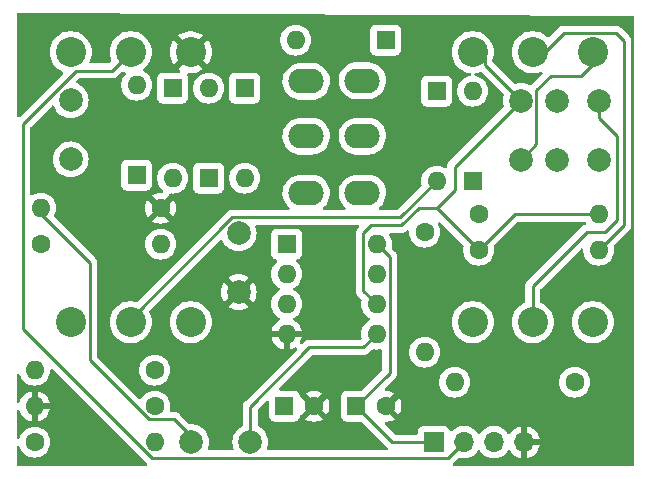
<source format=gbl>
G04 #@! TF.GenerationSoftware,KiCad,Pcbnew,7.0.11+dfsg-1build4*
G04 #@! TF.CreationDate,2025-11-30T20:34:08-05:00*
G04 #@! TF.ProjectId,timmy,74696d6d-792e-46b6-9963-61645f706362,rev?*
G04 #@! TF.SameCoordinates,Original*
G04 #@! TF.FileFunction,Copper,L2,Bot*
G04 #@! TF.FilePolarity,Positive*
%FSLAX46Y46*%
G04 Gerber Fmt 4.6, Leading zero omitted, Abs format (unit mm)*
G04 Created by KiCad (PCBNEW 7.0.11+dfsg-1build4) date 2025-11-30 20:34:08*
%MOMM*%
%LPD*%
G01*
G04 APERTURE LIST*
G04 #@! TA.AperFunction,ComponentPad*
%ADD10C,2.000000*%
G04 #@! TD*
G04 #@! TA.AperFunction,ComponentPad*
%ADD11R,1.600000X1.600000*%
G04 #@! TD*
G04 #@! TA.AperFunction,ComponentPad*
%ADD12C,1.600000*%
G04 #@! TD*
G04 #@! TA.AperFunction,ComponentPad*
%ADD13O,1.600000X1.600000*%
G04 #@! TD*
G04 #@! TA.AperFunction,ComponentPad*
%ADD14R,1.700000X1.700000*%
G04 #@! TD*
G04 #@! TA.AperFunction,ComponentPad*
%ADD15O,1.700000X1.700000*%
G04 #@! TD*
G04 #@! TA.AperFunction,ComponentPad*
%ADD16C,2.540000*%
G04 #@! TD*
G04 #@! TA.AperFunction,ComponentPad*
%ADD17O,3.000000X2.100000*%
G04 #@! TD*
G04 #@! TA.AperFunction,Conductor*
%ADD18C,0.250000*%
G04 #@! TD*
G04 APERTURE END LIST*
D10*
X143256000Y-59904000D03*
X143256000Y-54904000D03*
X139700000Y-54904000D03*
X139700000Y-59904000D03*
X136652000Y-59904000D03*
X136652000Y-54904000D03*
X112776000Y-71120000D03*
X112776000Y-66120000D03*
D11*
X122746888Y-80772000D03*
D12*
X125246888Y-80772000D03*
D10*
X98552000Y-54864000D03*
X98552000Y-59864000D03*
D11*
X116650888Y-80772000D03*
D12*
X119150888Y-80772000D03*
D10*
X108752000Y-83820000D03*
X113752000Y-83820000D03*
D11*
X113284000Y-53848000D03*
D13*
X113284000Y-61468000D03*
D11*
X110236000Y-61468000D03*
D13*
X110236000Y-53848000D03*
D11*
X132588000Y-61722000D03*
D13*
X132588000Y-54102000D03*
D11*
X129540000Y-54102000D03*
D13*
X129540000Y-61722000D03*
D11*
X125222000Y-49784000D03*
D13*
X117602000Y-49784000D03*
D11*
X104140000Y-61214000D03*
D13*
X104140000Y-53594000D03*
D11*
X107188000Y-53848000D03*
D13*
X107188000Y-61468000D03*
D14*
X129296000Y-83820000D03*
D15*
X131836000Y-83820000D03*
X134376000Y-83820000D03*
X136916000Y-83820000D03*
D12*
X133096000Y-64516000D03*
D13*
X143256000Y-64516000D03*
D12*
X133096000Y-67564000D03*
D13*
X143256000Y-67564000D03*
D12*
X96012000Y-67056000D03*
D13*
X106172000Y-67056000D03*
D12*
X141224000Y-78740000D03*
D13*
X131064000Y-78740000D03*
D12*
X105664000Y-77724000D03*
D13*
X95504000Y-77724000D03*
D12*
X95504000Y-83820000D03*
D13*
X105664000Y-83820000D03*
D12*
X105664000Y-80772000D03*
D13*
X95504000Y-80772000D03*
D12*
X106172000Y-64008000D03*
D13*
X96012000Y-64008000D03*
D12*
X128524000Y-66040000D03*
D13*
X128524000Y-76200000D03*
D16*
X142748000Y-73660000D03*
X137668000Y-73660000D03*
X132588000Y-73660000D03*
X142748000Y-50800000D03*
X137668000Y-50800000D03*
X132588000Y-50800000D03*
X108712000Y-73660000D03*
X103632000Y-73660000D03*
X98552000Y-73660000D03*
X108712000Y-50800000D03*
X103632000Y-50800000D03*
X98552000Y-50800000D03*
D17*
X118491000Y-53276500D03*
X118491000Y-57912000D03*
X118491000Y-62738000D03*
X123253500Y-53213000D03*
X123253500Y-57912000D03*
X123253500Y-62738000D03*
D11*
X116840000Y-67056000D03*
D13*
X116840000Y-69596000D03*
X116840000Y-72136000D03*
X116840000Y-74676000D03*
X124460000Y-74676000D03*
X124460000Y-72136000D03*
X124460000Y-69596000D03*
X124460000Y-67056000D03*
D18*
X144780000Y-65024000D02*
X144780000Y-57912000D01*
X143764000Y-66040000D02*
X144780000Y-65024000D01*
X142240000Y-66040000D02*
X143764000Y-66040000D01*
X143256000Y-56388000D02*
X143256000Y-54904000D01*
X137668000Y-70612000D02*
X142240000Y-66040000D01*
X144780000Y-57912000D02*
X143256000Y-56388000D01*
X137668000Y-73660000D02*
X137668000Y-70612000D01*
X133096000Y-67564000D02*
X129540000Y-64008000D01*
X129540000Y-64008000D02*
X131064000Y-62484000D01*
X123335489Y-71011489D02*
X123335489Y-66148511D01*
X124460000Y-72136000D02*
X123335489Y-71011489D01*
X136652000Y-54904000D02*
X133604000Y-51856000D01*
X131064000Y-62484000D02*
X131064000Y-60492000D01*
X123335489Y-66148511D02*
X124018141Y-65465859D01*
X129540000Y-64008000D02*
X128016000Y-64008000D01*
X133096000Y-67564000D02*
X136144000Y-64516000D01*
X124018141Y-65465859D02*
X126558141Y-65465859D01*
X126558141Y-65465859D02*
X128016000Y-64008000D01*
X133604000Y-51856000D02*
X133604000Y-50800000D01*
X131064000Y-60492000D02*
X136652000Y-54904000D01*
X136144000Y-64516000D02*
X143256000Y-64516000D01*
X129540000Y-61722000D02*
X126466511Y-64795489D01*
X103632000Y-73390857D02*
X103632000Y-73660000D01*
X137976511Y-54047489D02*
X139192000Y-52832000D01*
X126466511Y-64795489D02*
X112227368Y-64795489D01*
X139192000Y-52832000D02*
X141732000Y-52832000D01*
X141732000Y-52832000D02*
X143764000Y-50800000D01*
X112227368Y-64795489D02*
X103632000Y-73390857D01*
X136652000Y-59904000D02*
X137976511Y-58579489D01*
X137976511Y-58579489D02*
X137976511Y-54047489D01*
X125584511Y-68180511D02*
X125584511Y-77934377D01*
X125794888Y-83820000D02*
X129296000Y-83820000D01*
X124460000Y-67056000D02*
X125584511Y-68180511D01*
X122746888Y-80772000D02*
X125794888Y-83820000D01*
X125584511Y-77934377D02*
X122746888Y-80772000D01*
X113752000Y-80812000D02*
X113752000Y-83820000D01*
X124460000Y-74676000D02*
X123335489Y-75800511D01*
X118763489Y-75800511D02*
X113752000Y-80812000D01*
X123335489Y-75800511D02*
X118763489Y-75800511D01*
X109260000Y-83820000D02*
X107336511Y-81896511D01*
X107336511Y-81896511D02*
X105198211Y-81896511D01*
X100146511Y-76844811D02*
X100146511Y-68650511D01*
X105198211Y-81896511D02*
X100146511Y-76844811D01*
X100146511Y-68650511D02*
X95504000Y-64008000D01*
X130511489Y-85144511D02*
X131836000Y-83820000D01*
X102037489Y-52394511D02*
X103632000Y-50800000D01*
X94488000Y-56896000D02*
X98989489Y-52394511D01*
X105398211Y-85144511D02*
X94488000Y-74234300D01*
X98989489Y-52394511D02*
X102037489Y-52394511D01*
X94488000Y-74234300D02*
X94488000Y-56896000D01*
X105398211Y-85144511D02*
X130511489Y-85144511D01*
X140278511Y-49205489D02*
X138684000Y-50800000D01*
X144709489Y-49205489D02*
X140278511Y-49205489D01*
X145358511Y-65461489D02*
X145358511Y-49854511D01*
X145358511Y-49854511D02*
X144709489Y-49205489D01*
X143256000Y-67564000D02*
X145358511Y-65461489D01*
G04 #@! TA.AperFunction,Conductor*
G36*
X97029826Y-77672030D02*
G01*
X104890964Y-85533168D01*
X104900931Y-85545608D01*
X104901158Y-85545421D01*
X104906210Y-85551528D01*
X104906211Y-85551529D01*
X104932176Y-85575912D01*
X104955877Y-85598168D01*
X104958721Y-85600925D01*
X104978437Y-85620642D01*
X104981634Y-85623122D01*
X104990650Y-85630823D01*
X104994188Y-85634145D01*
X105030158Y-85695355D01*
X105027324Y-85766295D01*
X104986587Y-85824442D01*
X104920881Y-85851334D01*
X104907941Y-85852000D01*
X94131500Y-85852000D01*
X94063379Y-85831998D01*
X94016886Y-85778342D01*
X94005500Y-85726000D01*
X94005500Y-84240241D01*
X94025502Y-84172120D01*
X94079158Y-84125627D01*
X94149432Y-84115523D01*
X94214012Y-84145017D01*
X94252396Y-84204743D01*
X94253201Y-84207608D01*
X94258402Y-84227018D01*
X94269715Y-84269240D01*
X94269717Y-84269246D01*
X94366477Y-84476749D01*
X94492879Y-84657270D01*
X94497802Y-84664300D01*
X94659700Y-84826198D01*
X94847251Y-84957523D01*
X95054757Y-85054284D01*
X95275913Y-85113543D01*
X95504000Y-85133498D01*
X95732087Y-85113543D01*
X95953243Y-85054284D01*
X96160749Y-84957523D01*
X96348300Y-84826198D01*
X96510198Y-84664300D01*
X96641523Y-84476749D01*
X96738284Y-84269243D01*
X96797543Y-84048087D01*
X96817498Y-83820000D01*
X96797543Y-83591913D01*
X96738284Y-83370757D01*
X96641523Y-83163251D01*
X96510198Y-82975700D01*
X96348300Y-82813802D01*
X96257224Y-82750030D01*
X96160749Y-82682477D01*
X95953246Y-82585717D01*
X95953240Y-82585715D01*
X95859771Y-82560670D01*
X95732087Y-82526457D01*
X95504000Y-82506502D01*
X95275913Y-82526457D01*
X95054759Y-82585715D01*
X95054753Y-82585717D01*
X94847250Y-82682477D01*
X94659703Y-82813799D01*
X94659697Y-82813804D01*
X94497804Y-82975697D01*
X94497799Y-82975703D01*
X94366477Y-83163250D01*
X94269717Y-83370753D01*
X94269716Y-83370756D01*
X94253207Y-83432370D01*
X94216255Y-83492992D01*
X94152394Y-83524014D01*
X94081900Y-83515585D01*
X94027153Y-83470382D01*
X94005536Y-83402756D01*
X94005500Y-83399758D01*
X94005500Y-81190311D01*
X94025502Y-81122190D01*
X94079158Y-81075697D01*
X94149432Y-81065593D01*
X94214012Y-81095087D01*
X94252396Y-81154813D01*
X94253207Y-81157700D01*
X94270186Y-81221068D01*
X94270188Y-81221073D01*
X94366912Y-81428498D01*
X94498184Y-81615974D01*
X94498189Y-81615980D01*
X94660019Y-81777810D01*
X94660025Y-81777815D01*
X94847501Y-81909087D01*
X95054926Y-82005811D01*
X95054931Y-82005813D01*
X95250000Y-82058081D01*
X95250000Y-81083686D01*
X95265955Y-81099641D01*
X95378852Y-81157165D01*
X95472519Y-81172000D01*
X95535481Y-81172000D01*
X95629148Y-81157165D01*
X95742045Y-81099641D01*
X95758000Y-81083686D01*
X95758000Y-82058081D01*
X95953068Y-82005813D01*
X95953073Y-82005811D01*
X96160498Y-81909087D01*
X96347974Y-81777815D01*
X96347980Y-81777810D01*
X96509810Y-81615980D01*
X96509815Y-81615974D01*
X96641087Y-81428498D01*
X96737811Y-81221073D01*
X96737813Y-81221068D01*
X96790082Y-81026000D01*
X95815686Y-81026000D01*
X95831641Y-81010045D01*
X95889165Y-80897148D01*
X95908986Y-80772000D01*
X95889165Y-80646852D01*
X95831641Y-80533955D01*
X95815686Y-80518000D01*
X96790082Y-80518000D01*
X96737813Y-80322931D01*
X96737811Y-80322926D01*
X96641087Y-80115501D01*
X96509815Y-79928025D01*
X96509810Y-79928019D01*
X96347980Y-79766189D01*
X96347974Y-79766184D01*
X96160498Y-79634912D01*
X95953073Y-79538188D01*
X95953071Y-79538187D01*
X95758000Y-79485917D01*
X95758000Y-80460314D01*
X95742045Y-80444359D01*
X95629148Y-80386835D01*
X95535481Y-80372000D01*
X95472519Y-80372000D01*
X95378852Y-80386835D01*
X95265955Y-80444359D01*
X95250000Y-80460314D01*
X95250000Y-79485917D01*
X95249999Y-79485917D01*
X95054928Y-79538187D01*
X95054926Y-79538188D01*
X94847501Y-79634912D01*
X94660025Y-79766184D01*
X94660019Y-79766189D01*
X94498189Y-79928019D01*
X94498184Y-79928025D01*
X94366912Y-80115501D01*
X94270188Y-80322926D01*
X94270186Y-80322931D01*
X94253207Y-80386299D01*
X94216255Y-80446922D01*
X94152394Y-80477943D01*
X94081900Y-80469515D01*
X94027153Y-80424312D01*
X94005536Y-80356686D01*
X94005500Y-80353688D01*
X94005500Y-78144241D01*
X94025502Y-78076120D01*
X94079158Y-78029627D01*
X94149432Y-78019523D01*
X94214012Y-78049017D01*
X94252396Y-78108743D01*
X94253201Y-78111608D01*
X94258426Y-78131109D01*
X94269715Y-78173240D01*
X94269717Y-78173246D01*
X94348373Y-78341925D01*
X94366477Y-78380749D01*
X94497802Y-78568300D01*
X94659700Y-78730198D01*
X94847251Y-78861523D01*
X95054757Y-78958284D01*
X95275913Y-79017543D01*
X95504000Y-79037498D01*
X95732087Y-79017543D01*
X95953243Y-78958284D01*
X96160749Y-78861523D01*
X96348300Y-78730198D01*
X96510198Y-78568300D01*
X96641523Y-78380749D01*
X96738284Y-78173243D01*
X96797543Y-77952087D01*
X96815210Y-77750141D01*
X96841073Y-77684025D01*
X96898577Y-77642386D01*
X96969464Y-77638445D01*
X97029826Y-77672030D01*
G37*
G04 #@! TD.AperFunction*
G04 #@! TA.AperFunction,Conductor*
G36*
X146153222Y-47751138D02*
G01*
X146221225Y-47771529D01*
X146267411Y-47825449D01*
X146278500Y-47877136D01*
X146278500Y-85726000D01*
X146258498Y-85794121D01*
X146204842Y-85840614D01*
X146152500Y-85852000D01*
X131004094Y-85852000D01*
X130935973Y-85831998D01*
X130889480Y-85778342D01*
X130879376Y-85708068D01*
X130908870Y-85643488D01*
X130914999Y-85636905D01*
X130917175Y-85634729D01*
X130932213Y-85621885D01*
X130933924Y-85620642D01*
X130948596Y-85609983D01*
X130976792Y-85575897D01*
X130984761Y-85567141D01*
X131378205Y-85173697D01*
X131440515Y-85139673D01*
X131496218Y-85140616D01*
X131496224Y-85140586D01*
X131496430Y-85140620D01*
X131498236Y-85140651D01*
X131501356Y-85141441D01*
X131501365Y-85141444D01*
X131723431Y-85178500D01*
X131723435Y-85178500D01*
X131948565Y-85178500D01*
X131948569Y-85178500D01*
X132170635Y-85141444D01*
X132383574Y-85068342D01*
X132581576Y-84961189D01*
X132759240Y-84822906D01*
X132911722Y-84657268D01*
X133000518Y-84521354D01*
X133054520Y-84475268D01*
X133124868Y-84465692D01*
X133189225Y-84495669D01*
X133211480Y-84521353D01*
X133244607Y-84572058D01*
X133300275Y-84657265D01*
X133300279Y-84657270D01*
X133452762Y-84822908D01*
X133456992Y-84826200D01*
X133630424Y-84961189D01*
X133828426Y-85068342D01*
X133828427Y-85068342D01*
X133828428Y-85068343D01*
X133940227Y-85106723D01*
X134041365Y-85141444D01*
X134263431Y-85178500D01*
X134263435Y-85178500D01*
X134488565Y-85178500D01*
X134488569Y-85178500D01*
X134710635Y-85141444D01*
X134923574Y-85068342D01*
X135121576Y-84961189D01*
X135299240Y-84822906D01*
X135451722Y-84657268D01*
X135540816Y-84520898D01*
X135594819Y-84474810D01*
X135665167Y-84465235D01*
X135729524Y-84495212D01*
X135751782Y-84520898D01*
X135840674Y-84656958D01*
X135993097Y-84822534D01*
X136170698Y-84960767D01*
X136170699Y-84960768D01*
X136368628Y-85067882D01*
X136368630Y-85067883D01*
X136581483Y-85140955D01*
X136581492Y-85140957D01*
X136662000Y-85154391D01*
X136662000Y-84253674D01*
X136773685Y-84304680D01*
X136880237Y-84320000D01*
X136951763Y-84320000D01*
X137058315Y-84304680D01*
X137170000Y-84253674D01*
X137170000Y-85154390D01*
X137250507Y-85140957D01*
X137250516Y-85140955D01*
X137463369Y-85067883D01*
X137463371Y-85067882D01*
X137661300Y-84960768D01*
X137661301Y-84960767D01*
X137838902Y-84822534D01*
X137991325Y-84656958D01*
X138114419Y-84468548D01*
X138204820Y-84262456D01*
X138204823Y-84262449D01*
X138252544Y-84074000D01*
X137347116Y-84074000D01*
X137375493Y-84029844D01*
X137416000Y-83891889D01*
X137416000Y-83748111D01*
X137375493Y-83610156D01*
X137347116Y-83566000D01*
X138252544Y-83566000D01*
X138252544Y-83565999D01*
X138204823Y-83377550D01*
X138204820Y-83377543D01*
X138114419Y-83171451D01*
X137991325Y-82983041D01*
X137838902Y-82817465D01*
X137661301Y-82679232D01*
X137661300Y-82679231D01*
X137463371Y-82572117D01*
X137463369Y-82572116D01*
X137250512Y-82499043D01*
X137250501Y-82499040D01*
X137170000Y-82485606D01*
X137170000Y-83386325D01*
X137058315Y-83335320D01*
X136951763Y-83320000D01*
X136880237Y-83320000D01*
X136773685Y-83335320D01*
X136662000Y-83386325D01*
X136662000Y-82485607D01*
X136661999Y-82485606D01*
X136581498Y-82499040D01*
X136581487Y-82499043D01*
X136368630Y-82572116D01*
X136368628Y-82572117D01*
X136170699Y-82679231D01*
X136170698Y-82679232D01*
X135993097Y-82817465D01*
X135840670Y-82983045D01*
X135751780Y-83119101D01*
X135697776Y-83165189D01*
X135627428Y-83174764D01*
X135563071Y-83144786D01*
X135540816Y-83119101D01*
X135494511Y-83048226D01*
X135451724Y-82982734D01*
X135451720Y-82982729D01*
X135322220Y-82842057D01*
X135299240Y-82817094D01*
X135299239Y-82817093D01*
X135299237Y-82817091D01*
X135179367Y-82723792D01*
X135121576Y-82678811D01*
X134923574Y-82571658D01*
X134923572Y-82571657D01*
X134923571Y-82571656D01*
X134710639Y-82498557D01*
X134710630Y-82498555D01*
X134633029Y-82485606D01*
X134488569Y-82461500D01*
X134263431Y-82461500D01*
X134118971Y-82485606D01*
X134041369Y-82498555D01*
X134041360Y-82498557D01*
X133828428Y-82571656D01*
X133828426Y-82571658D01*
X133630426Y-82678810D01*
X133630424Y-82678811D01*
X133452762Y-82817091D01*
X133300279Y-82982729D01*
X133211483Y-83118643D01*
X133157479Y-83164731D01*
X133087131Y-83174306D01*
X133022774Y-83144329D01*
X133000517Y-83118643D01*
X132911720Y-82982729D01*
X132782220Y-82842057D01*
X132759240Y-82817094D01*
X132759239Y-82817093D01*
X132759237Y-82817091D01*
X132639367Y-82723792D01*
X132581576Y-82678811D01*
X132383574Y-82571658D01*
X132383572Y-82571657D01*
X132383571Y-82571656D01*
X132170639Y-82498557D01*
X132170630Y-82498555D01*
X132093029Y-82485606D01*
X131948569Y-82461500D01*
X131723431Y-82461500D01*
X131578971Y-82485606D01*
X131501369Y-82498555D01*
X131501360Y-82498557D01*
X131288428Y-82571656D01*
X131288426Y-82571658D01*
X131090426Y-82678810D01*
X131090424Y-82678811D01*
X130912762Y-82817091D01*
X130851754Y-82883363D01*
X130790901Y-82919933D01*
X130719936Y-82917798D01*
X130661391Y-82877636D01*
X130640999Y-82842057D01*
X130596889Y-82723797D01*
X130596887Y-82723792D01*
X130509261Y-82606738D01*
X130392207Y-82519112D01*
X130392202Y-82519110D01*
X130255204Y-82468011D01*
X130255196Y-82468009D01*
X130194649Y-82461500D01*
X130194638Y-82461500D01*
X128397362Y-82461500D01*
X128397350Y-82461500D01*
X128336803Y-82468009D01*
X128336795Y-82468011D01*
X128199797Y-82519110D01*
X128199792Y-82519112D01*
X128082738Y-82606738D01*
X127995112Y-82723792D01*
X127995110Y-82723797D01*
X127944011Y-82860795D01*
X127944009Y-82860803D01*
X127937500Y-82921350D01*
X127937500Y-83060500D01*
X127917498Y-83128621D01*
X127863842Y-83175114D01*
X127811500Y-83186500D01*
X126109482Y-83186500D01*
X126041361Y-83166498D01*
X126020391Y-83149599D01*
X125170271Y-82299479D01*
X125136247Y-82237168D01*
X125141312Y-82166352D01*
X125183859Y-82109517D01*
X125248387Y-82084864D01*
X125474890Y-82065048D01*
X125695956Y-82005813D01*
X125695961Y-82005811D01*
X125903385Y-81909088D01*
X125974776Y-81859099D01*
X125974776Y-81859097D01*
X125286406Y-81170727D01*
X125372036Y-81157165D01*
X125484933Y-81099641D01*
X125574529Y-81010045D01*
X125632053Y-80897148D01*
X125645615Y-80811518D01*
X126333985Y-81499888D01*
X126333987Y-81499888D01*
X126383976Y-81428497D01*
X126480699Y-81221073D01*
X126480701Y-81221068D01*
X126539936Y-81000002D01*
X126559883Y-80772000D01*
X126539936Y-80543997D01*
X126480701Y-80322931D01*
X126480699Y-80322926D01*
X126383974Y-80115498D01*
X126333988Y-80044110D01*
X126333986Y-80044110D01*
X125645615Y-80732481D01*
X125632053Y-80646852D01*
X125574529Y-80533955D01*
X125484933Y-80444359D01*
X125372036Y-80386835D01*
X125286404Y-80373272D01*
X125974776Y-79684899D01*
X125974776Y-79684898D01*
X125903389Y-79634913D01*
X125695961Y-79538188D01*
X125695956Y-79538186D01*
X125474890Y-79478951D01*
X125248384Y-79459135D01*
X125182266Y-79433271D01*
X125140627Y-79375768D01*
X125136686Y-79304881D01*
X125170267Y-79244524D01*
X125674791Y-78740000D01*
X129750502Y-78740000D01*
X129770457Y-78968087D01*
X129789056Y-79037498D01*
X129829715Y-79189240D01*
X129829717Y-79189246D01*
X129926477Y-79396749D01*
X130025512Y-79538186D01*
X130057802Y-79584300D01*
X130219700Y-79746198D01*
X130407251Y-79877523D01*
X130614757Y-79974284D01*
X130835913Y-80033543D01*
X131064000Y-80053498D01*
X131292087Y-80033543D01*
X131513243Y-79974284D01*
X131720749Y-79877523D01*
X131908300Y-79746198D01*
X132070198Y-79584300D01*
X132201523Y-79396749D01*
X132298284Y-79189243D01*
X132357543Y-78968087D01*
X132377498Y-78740000D01*
X139910502Y-78740000D01*
X139930457Y-78968087D01*
X139949056Y-79037498D01*
X139989715Y-79189240D01*
X139989717Y-79189246D01*
X140086477Y-79396749D01*
X140185512Y-79538186D01*
X140217802Y-79584300D01*
X140379700Y-79746198D01*
X140567251Y-79877523D01*
X140774757Y-79974284D01*
X140995913Y-80033543D01*
X141224000Y-80053498D01*
X141452087Y-80033543D01*
X141673243Y-79974284D01*
X141880749Y-79877523D01*
X142068300Y-79746198D01*
X142230198Y-79584300D01*
X142361523Y-79396749D01*
X142458284Y-79189243D01*
X142517543Y-78968087D01*
X142537498Y-78740000D01*
X142517543Y-78511913D01*
X142458284Y-78290757D01*
X142361523Y-78083251D01*
X142230198Y-77895700D01*
X142068300Y-77733802D01*
X142054301Y-77724000D01*
X141880749Y-77602477D01*
X141673246Y-77505717D01*
X141673240Y-77505715D01*
X141579771Y-77480670D01*
X141452087Y-77446457D01*
X141224000Y-77426502D01*
X140995913Y-77446457D01*
X140774759Y-77505715D01*
X140774753Y-77505717D01*
X140567250Y-77602477D01*
X140379703Y-77733799D01*
X140379697Y-77733804D01*
X140217804Y-77895697D01*
X140217799Y-77895703D01*
X140086477Y-78083250D01*
X139989717Y-78290753D01*
X139989715Y-78290759D01*
X139951962Y-78431657D01*
X139930457Y-78511913D01*
X139910502Y-78740000D01*
X132377498Y-78740000D01*
X132357543Y-78511913D01*
X132298284Y-78290757D01*
X132201523Y-78083251D01*
X132070198Y-77895700D01*
X131908300Y-77733802D01*
X131894301Y-77724000D01*
X131720749Y-77602477D01*
X131513246Y-77505717D01*
X131513240Y-77505715D01*
X131419771Y-77480670D01*
X131292087Y-77446457D01*
X131064000Y-77426502D01*
X130835913Y-77446457D01*
X130614759Y-77505715D01*
X130614753Y-77505717D01*
X130407250Y-77602477D01*
X130219703Y-77733799D01*
X130219697Y-77733804D01*
X130057804Y-77895697D01*
X130057799Y-77895703D01*
X129926477Y-78083250D01*
X129829717Y-78290753D01*
X129829715Y-78290759D01*
X129791962Y-78431657D01*
X129770457Y-78511913D01*
X129750502Y-78740000D01*
X125674791Y-78740000D01*
X125973176Y-78441615D01*
X125985609Y-78431657D01*
X125985421Y-78431430D01*
X125991527Y-78426378D01*
X125991526Y-78426378D01*
X125991529Y-78426377D01*
X126038172Y-78376705D01*
X126040862Y-78373929D01*
X126060646Y-78354147D01*
X126063125Y-78350950D01*
X126070822Y-78341936D01*
X126101097Y-78309698D01*
X126110857Y-78291942D01*
X126121706Y-78275427D01*
X126134125Y-78259418D01*
X126151690Y-78218823D01*
X126156895Y-78208198D01*
X126178206Y-78169437D01*
X126183244Y-78149811D01*
X126189648Y-78131109D01*
X126197691Y-78112524D01*
X126197690Y-78112524D01*
X126197692Y-78112522D01*
X126204607Y-78068858D01*
X126207015Y-78057229D01*
X126209124Y-78049017D01*
X126218011Y-78014407D01*
X126218011Y-77994152D01*
X126219562Y-77974440D01*
X126222731Y-77954434D01*
X126218570Y-77910413D01*
X126218011Y-77898556D01*
X126218011Y-76200000D01*
X127210502Y-76200000D01*
X127230457Y-76428087D01*
X127232816Y-76436890D01*
X127289715Y-76649240D01*
X127289717Y-76649246D01*
X127386477Y-76856749D01*
X127468347Y-76973672D01*
X127517802Y-77044300D01*
X127679700Y-77206198D01*
X127867251Y-77337523D01*
X128074757Y-77434284D01*
X128295913Y-77493543D01*
X128524000Y-77513498D01*
X128752087Y-77493543D01*
X128973243Y-77434284D01*
X129180749Y-77337523D01*
X129368300Y-77206198D01*
X129530198Y-77044300D01*
X129661523Y-76856749D01*
X129758284Y-76649243D01*
X129817543Y-76428087D01*
X129837498Y-76200000D01*
X129817543Y-75971913D01*
X129758284Y-75750757D01*
X129661523Y-75543251D01*
X129530198Y-75355700D01*
X129368300Y-75193802D01*
X129351499Y-75182038D01*
X129180749Y-75062477D01*
X128973246Y-74965717D01*
X128973240Y-74965715D01*
X128839950Y-74930000D01*
X128752087Y-74906457D01*
X128524000Y-74886502D01*
X128295913Y-74906457D01*
X128074759Y-74965715D01*
X128074753Y-74965717D01*
X127867250Y-75062477D01*
X127679703Y-75193799D01*
X127679697Y-75193804D01*
X127517804Y-75355697D01*
X127517799Y-75355703D01*
X127386477Y-75543250D01*
X127289717Y-75750753D01*
X127289715Y-75750759D01*
X127238129Y-75943281D01*
X127230457Y-75971913D01*
X127210502Y-76200000D01*
X126218011Y-76200000D01*
X126218011Y-73660000D01*
X130804513Y-73660000D01*
X130824433Y-73925815D01*
X130824434Y-73925819D01*
X130883746Y-74185687D01*
X130981130Y-74433819D01*
X130981132Y-74433823D01*
X131114411Y-74664670D01*
X131114413Y-74664673D01*
X131114414Y-74664674D01*
X131280612Y-74873079D01*
X131476014Y-75054386D01*
X131476020Y-75054390D01*
X131696247Y-75204539D01*
X131696254Y-75204543D01*
X131696257Y-75204545D01*
X131807658Y-75258193D01*
X131936414Y-75320199D01*
X131936427Y-75320204D01*
X132191126Y-75398768D01*
X132191128Y-75398768D01*
X132191137Y-75398771D01*
X132454720Y-75438500D01*
X132454725Y-75438500D01*
X132721275Y-75438500D01*
X132721280Y-75438500D01*
X132984863Y-75398771D01*
X132984873Y-75398768D01*
X133239572Y-75320204D01*
X133239574Y-75320202D01*
X133239581Y-75320201D01*
X133239586Y-75320198D01*
X133239590Y-75320197D01*
X133479738Y-75204548D01*
X133479738Y-75204547D01*
X133479744Y-75204545D01*
X133699986Y-75054386D01*
X133895388Y-74873079D01*
X134061586Y-74664674D01*
X134194866Y-74433826D01*
X134199508Y-74422000D01*
X134222600Y-74363161D01*
X134292252Y-74185692D01*
X134351567Y-73925815D01*
X134371487Y-73660000D01*
X134351567Y-73394185D01*
X134292252Y-73134308D01*
X134231808Y-72980300D01*
X134194869Y-72886180D01*
X134194867Y-72886176D01*
X134061588Y-72655329D01*
X134043512Y-72632662D01*
X133895388Y-72446921D01*
X133699986Y-72265614D01*
X133479744Y-72115455D01*
X133479741Y-72115454D01*
X133479739Y-72115452D01*
X133479738Y-72115451D01*
X133239590Y-71999802D01*
X133239572Y-71999795D01*
X132984873Y-71921231D01*
X132984865Y-71921229D01*
X132984863Y-71921229D01*
X132721280Y-71881500D01*
X132454720Y-71881500D01*
X132191137Y-71921229D01*
X132191135Y-71921229D01*
X132191126Y-71921231D01*
X131936427Y-71999795D01*
X131936414Y-71999800D01*
X131696254Y-72115456D01*
X131696247Y-72115460D01*
X131476020Y-72265609D01*
X131476015Y-72265613D01*
X131280613Y-72446920D01*
X131114411Y-72655329D01*
X130981132Y-72886176D01*
X130981130Y-72886180D01*
X130883746Y-73134312D01*
X130829888Y-73370284D01*
X130824433Y-73394185D01*
X130804513Y-73660000D01*
X126218011Y-73660000D01*
X126218011Y-68264365D01*
X126219760Y-68248523D01*
X126219467Y-68248496D01*
X126220211Y-68240610D01*
X126220213Y-68240603D01*
X126218073Y-68172511D01*
X126218011Y-68168553D01*
X126218011Y-68140661D01*
X126218011Y-68140655D01*
X126217504Y-68136646D01*
X126216573Y-68124817D01*
X126215185Y-68080622D01*
X126209528Y-68061153D01*
X126205523Y-68041809D01*
X126202985Y-68021714D01*
X126186707Y-67980603D01*
X126182867Y-67969388D01*
X126170529Y-67926918D01*
X126160217Y-67909481D01*
X126151521Y-67891732D01*
X126144063Y-67872894D01*
X126118063Y-67837109D01*
X126111570Y-67827225D01*
X126089053Y-67789149D01*
X126074725Y-67774821D01*
X126061895Y-67759800D01*
X126049983Y-67743404D01*
X126049980Y-67743402D01*
X126049980Y-67743401D01*
X126015911Y-67715216D01*
X126007132Y-67707228D01*
X125769150Y-67469245D01*
X125735125Y-67406933D01*
X125736539Y-67347542D01*
X125753543Y-67284087D01*
X125773498Y-67056000D01*
X125753543Y-66827913D01*
X125694284Y-66606757D01*
X125597523Y-66399251D01*
X125526366Y-66297629D01*
X125503679Y-66230356D01*
X125520964Y-66161496D01*
X125572733Y-66112911D01*
X125629580Y-66099359D01*
X126474288Y-66099359D01*
X126490129Y-66101108D01*
X126490157Y-66100815D01*
X126498043Y-66101559D01*
X126498050Y-66101561D01*
X126566127Y-66099421D01*
X126570086Y-66099359D01*
X126597992Y-66099359D01*
X126597997Y-66099359D01*
X126602008Y-66098851D01*
X126613840Y-66097920D01*
X126658030Y-66096532D01*
X126677488Y-66090878D01*
X126696835Y-66086872D01*
X126716938Y-66084333D01*
X126758051Y-66068054D01*
X126769271Y-66064212D01*
X126794054Y-66057013D01*
X126811732Y-66051878D01*
X126811736Y-66051876D01*
X126829167Y-66041567D01*
X126846921Y-66032868D01*
X126865758Y-66025411D01*
X126901533Y-65999417D01*
X126911439Y-65992910D01*
X126949503Y-65970401D01*
X126963826Y-65956077D01*
X126978865Y-65943233D01*
X126995242Y-65931335D01*
X126995248Y-65931331D01*
X126995254Y-65931323D01*
X126999590Y-65927252D01*
X127062939Y-65895197D01*
X127133561Y-65902480D01*
X127189035Y-65946787D01*
X127211748Y-66014053D01*
X127211370Y-66030075D01*
X127210807Y-66036518D01*
X127210502Y-66040000D01*
X127230457Y-66268087D01*
X127235195Y-66285769D01*
X127289715Y-66489240D01*
X127289717Y-66489246D01*
X127344511Y-66606753D01*
X127386477Y-66696749D01*
X127517802Y-66884300D01*
X127679700Y-67046198D01*
X127867251Y-67177523D01*
X128074757Y-67274284D01*
X128295913Y-67333543D01*
X128524000Y-67353498D01*
X128752087Y-67333543D01*
X128973243Y-67274284D01*
X129180749Y-67177523D01*
X129368300Y-67046198D01*
X129530198Y-66884300D01*
X129661523Y-66696749D01*
X129758284Y-66489243D01*
X129817543Y-66268087D01*
X129837498Y-66040000D01*
X129817543Y-65811913D01*
X129758284Y-65590757D01*
X129661523Y-65383251D01*
X129651830Y-65369408D01*
X129629142Y-65302135D01*
X129646427Y-65233274D01*
X129698196Y-65184690D01*
X129768014Y-65171806D01*
X129833714Y-65198715D01*
X129844138Y-65208042D01*
X131786847Y-67150751D01*
X131820873Y-67213063D01*
X131819459Y-67272456D01*
X131802458Y-67335907D01*
X131802458Y-67335909D01*
X131802457Y-67335913D01*
X131782502Y-67564000D01*
X131802457Y-67792087D01*
X131813237Y-67832319D01*
X131861715Y-68013240D01*
X131861717Y-68013246D01*
X131958477Y-68220749D01*
X132069622Y-68379481D01*
X132089802Y-68408300D01*
X132251700Y-68570198D01*
X132439251Y-68701523D01*
X132646757Y-68798284D01*
X132867913Y-68857543D01*
X133096000Y-68877498D01*
X133324087Y-68857543D01*
X133545243Y-68798284D01*
X133752749Y-68701523D01*
X133940300Y-68570198D01*
X134102198Y-68408300D01*
X134233523Y-68220749D01*
X134330284Y-68013243D01*
X134389543Y-67792087D01*
X134409498Y-67564000D01*
X134389543Y-67335913D01*
X134372540Y-67272456D01*
X134374229Y-67201481D01*
X134405147Y-67150755D01*
X136369502Y-65186402D01*
X136431812Y-65152379D01*
X136458595Y-65149500D01*
X142036606Y-65149500D01*
X142104727Y-65169502D01*
X142139817Y-65203226D01*
X142156074Y-65226443D01*
X142178763Y-65293716D01*
X142161479Y-65362577D01*
X142109710Y-65411162D01*
X142084209Y-65420753D01*
X142081212Y-65421522D01*
X142040083Y-65437805D01*
X142028859Y-65441647D01*
X141986410Y-65453980D01*
X141986404Y-65453982D01*
X141968966Y-65464295D01*
X141951220Y-65472989D01*
X141932381Y-65480448D01*
X141896614Y-65506434D01*
X141886698Y-65512948D01*
X141848636Y-65535458D01*
X141834307Y-65549787D01*
X141819281Y-65562620D01*
X141802895Y-65574525D01*
X141774711Y-65608593D01*
X141766723Y-65617370D01*
X137279336Y-70104757D01*
X137266901Y-70114721D01*
X137267089Y-70114948D01*
X137260979Y-70120002D01*
X137214370Y-70169635D01*
X137211620Y-70172473D01*
X137191863Y-70192231D01*
X137189374Y-70195439D01*
X137181688Y-70204436D01*
X137151418Y-70236673D01*
X137151411Y-70236683D01*
X137141651Y-70254435D01*
X137130803Y-70270950D01*
X137118386Y-70286958D01*
X137100824Y-70327540D01*
X137095604Y-70338195D01*
X137074305Y-70376939D01*
X137074303Y-70376944D01*
X137069267Y-70396559D01*
X137062864Y-70415262D01*
X137054819Y-70433852D01*
X137047901Y-70477525D01*
X137045495Y-70489142D01*
X137034500Y-70531968D01*
X137034500Y-70552223D01*
X137032949Y-70571933D01*
X137029780Y-70591942D01*
X137033941Y-70635961D01*
X137034500Y-70647819D01*
X137034500Y-71911920D01*
X137014498Y-71980041D01*
X136963170Y-72025442D01*
X136776255Y-72115456D01*
X136776247Y-72115460D01*
X136556020Y-72265609D01*
X136556015Y-72265613D01*
X136360613Y-72446920D01*
X136194411Y-72655329D01*
X136061132Y-72886176D01*
X136061130Y-72886180D01*
X135963746Y-73134312D01*
X135909888Y-73370284D01*
X135904433Y-73394185D01*
X135884513Y-73660000D01*
X135904433Y-73925815D01*
X135904434Y-73925819D01*
X135963746Y-74185687D01*
X136061130Y-74433819D01*
X136061132Y-74433823D01*
X136194411Y-74664670D01*
X136194413Y-74664673D01*
X136194414Y-74664674D01*
X136360612Y-74873079D01*
X136556014Y-75054386D01*
X136556020Y-75054390D01*
X136776247Y-75204539D01*
X136776254Y-75204543D01*
X136776257Y-75204545D01*
X136887658Y-75258193D01*
X137016414Y-75320199D01*
X137016427Y-75320204D01*
X137271126Y-75398768D01*
X137271128Y-75398768D01*
X137271137Y-75398771D01*
X137534720Y-75438500D01*
X137534725Y-75438500D01*
X137801275Y-75438500D01*
X137801280Y-75438500D01*
X138064863Y-75398771D01*
X138064873Y-75398768D01*
X138319572Y-75320204D01*
X138319574Y-75320202D01*
X138319581Y-75320201D01*
X138319586Y-75320198D01*
X138319590Y-75320197D01*
X138559738Y-75204548D01*
X138559738Y-75204547D01*
X138559744Y-75204545D01*
X138779986Y-75054386D01*
X138975388Y-74873079D01*
X139141586Y-74664674D01*
X139274866Y-74433826D01*
X139279508Y-74422000D01*
X139302600Y-74363161D01*
X139372252Y-74185692D01*
X139431567Y-73925815D01*
X139451487Y-73660000D01*
X140964513Y-73660000D01*
X140984433Y-73925815D01*
X140984434Y-73925819D01*
X141043746Y-74185687D01*
X141141130Y-74433819D01*
X141141132Y-74433823D01*
X141274411Y-74664670D01*
X141274413Y-74664673D01*
X141274414Y-74664674D01*
X141440612Y-74873079D01*
X141636014Y-75054386D01*
X141636020Y-75054390D01*
X141856247Y-75204539D01*
X141856254Y-75204543D01*
X141856257Y-75204545D01*
X141967658Y-75258193D01*
X142096414Y-75320199D01*
X142096427Y-75320204D01*
X142351126Y-75398768D01*
X142351128Y-75398768D01*
X142351137Y-75398771D01*
X142614720Y-75438500D01*
X142614725Y-75438500D01*
X142881275Y-75438500D01*
X142881280Y-75438500D01*
X143144863Y-75398771D01*
X143144873Y-75398768D01*
X143399572Y-75320204D01*
X143399574Y-75320202D01*
X143399581Y-75320201D01*
X143399586Y-75320198D01*
X143399590Y-75320197D01*
X143639738Y-75204548D01*
X143639738Y-75204547D01*
X143639744Y-75204545D01*
X143859986Y-75054386D01*
X144055388Y-74873079D01*
X144221586Y-74664674D01*
X144354866Y-74433826D01*
X144359508Y-74422000D01*
X144382600Y-74363161D01*
X144452252Y-74185692D01*
X144511567Y-73925815D01*
X144531487Y-73660000D01*
X144511567Y-73394185D01*
X144452252Y-73134308D01*
X144391808Y-72980300D01*
X144354869Y-72886180D01*
X144354867Y-72886176D01*
X144221588Y-72655329D01*
X144203512Y-72632662D01*
X144055388Y-72446921D01*
X143859986Y-72265614D01*
X143639744Y-72115455D01*
X143639741Y-72115454D01*
X143639739Y-72115452D01*
X143639738Y-72115451D01*
X143399590Y-71999802D01*
X143399572Y-71999795D01*
X143144873Y-71921231D01*
X143144865Y-71921229D01*
X143144863Y-71921229D01*
X142881280Y-71881500D01*
X142614720Y-71881500D01*
X142351137Y-71921229D01*
X142351135Y-71921229D01*
X142351126Y-71921231D01*
X142096427Y-71999795D01*
X142096414Y-71999800D01*
X141856254Y-72115456D01*
X141856247Y-72115460D01*
X141636020Y-72265609D01*
X141636015Y-72265613D01*
X141440613Y-72446920D01*
X141274411Y-72655329D01*
X141141132Y-72886176D01*
X141141130Y-72886180D01*
X141043746Y-73134312D01*
X140989888Y-73370284D01*
X140984433Y-73394185D01*
X140964513Y-73660000D01*
X139451487Y-73660000D01*
X139431567Y-73394185D01*
X139372252Y-73134308D01*
X139311808Y-72980300D01*
X139274869Y-72886180D01*
X139274867Y-72886176D01*
X139141588Y-72655329D01*
X139123512Y-72632662D01*
X138975388Y-72446921D01*
X138779986Y-72265614D01*
X138559744Y-72115455D01*
X138559741Y-72115454D01*
X138559739Y-72115452D01*
X138559738Y-72115451D01*
X138372831Y-72025442D01*
X138320135Y-71977864D01*
X138301500Y-71911920D01*
X138301500Y-70926593D01*
X138321502Y-70858472D01*
X138338400Y-70837503D01*
X141729413Y-67446489D01*
X141791723Y-67412465D01*
X141862538Y-67417530D01*
X141919374Y-67460077D01*
X141944185Y-67526597D01*
X141944027Y-67546564D01*
X141942502Y-67564000D01*
X141962457Y-67792087D01*
X141973237Y-67832319D01*
X142021715Y-68013240D01*
X142021717Y-68013246D01*
X142118477Y-68220749D01*
X142229622Y-68379481D01*
X142249802Y-68408300D01*
X142411700Y-68570198D01*
X142599251Y-68701523D01*
X142806757Y-68798284D01*
X143027913Y-68857543D01*
X143256000Y-68877498D01*
X143484087Y-68857543D01*
X143705243Y-68798284D01*
X143912749Y-68701523D01*
X144100300Y-68570198D01*
X144262198Y-68408300D01*
X144393523Y-68220749D01*
X144490284Y-68013243D01*
X144549543Y-67792087D01*
X144569498Y-67564000D01*
X144549543Y-67335913D01*
X144532540Y-67272456D01*
X144534229Y-67201481D01*
X144565149Y-67150753D01*
X145747168Y-65968734D01*
X145759603Y-65958773D01*
X145759416Y-65958546D01*
X145765527Y-65953490D01*
X145765526Y-65953490D01*
X145765529Y-65953489D01*
X145812187Y-65903801D01*
X145814878Y-65901024D01*
X145834646Y-65881258D01*
X145837125Y-65878060D01*
X145844810Y-65869060D01*
X145875097Y-65836810D01*
X145884856Y-65819056D01*
X145895715Y-65802527D01*
X145897964Y-65799628D01*
X145908125Y-65786529D01*
X145925688Y-65745940D01*
X145930907Y-65735290D01*
X145952206Y-65696549D01*
X145957244Y-65676924D01*
X145963649Y-65658219D01*
X145964388Y-65656511D01*
X145971692Y-65639634D01*
X145978607Y-65595970D01*
X145981015Y-65584341D01*
X145983535Y-65574528D01*
X145992011Y-65541519D01*
X145992011Y-65521264D01*
X145993562Y-65501552D01*
X145996731Y-65481546D01*
X145993189Y-65444077D01*
X145992570Y-65437525D01*
X145992011Y-65425668D01*
X145992011Y-49938365D01*
X145993760Y-49922523D01*
X145993467Y-49922496D01*
X145994211Y-49914610D01*
X145994213Y-49914603D01*
X145992073Y-49846511D01*
X145992011Y-49842553D01*
X145992011Y-49814661D01*
X145992011Y-49814655D01*
X145991504Y-49810646D01*
X145990573Y-49798817D01*
X145989185Y-49754622D01*
X145983528Y-49735153D01*
X145979523Y-49715809D01*
X145976985Y-49695714D01*
X145960707Y-49654603D01*
X145956867Y-49643388D01*
X145944529Y-49600918D01*
X145934217Y-49583481D01*
X145925521Y-49565732D01*
X145918063Y-49546894D01*
X145892063Y-49511109D01*
X145885570Y-49501225D01*
X145863053Y-49463149D01*
X145848725Y-49448821D01*
X145835895Y-49433800D01*
X145823983Y-49417404D01*
X145823980Y-49417402D01*
X145823980Y-49417401D01*
X145789911Y-49389216D01*
X145781132Y-49381228D01*
X145216730Y-48816825D01*
X145206769Y-48804390D01*
X145206542Y-48804579D01*
X145201489Y-48798471D01*
X145151837Y-48751845D01*
X145148993Y-48749088D01*
X145129266Y-48729360D01*
X145129260Y-48729355D01*
X145126056Y-48726869D01*
X145117045Y-48719172D01*
X145084814Y-48688906D01*
X145084808Y-48688902D01*
X145067052Y-48679140D01*
X145050536Y-48668291D01*
X145034530Y-48655875D01*
X145002180Y-48641876D01*
X144993953Y-48638316D01*
X144983296Y-48633094D01*
X144944552Y-48611795D01*
X144944549Y-48611794D01*
X144924925Y-48606755D01*
X144906225Y-48600353D01*
X144887634Y-48592308D01*
X144887632Y-48592307D01*
X144887630Y-48592307D01*
X144843963Y-48585390D01*
X144832344Y-48582984D01*
X144789519Y-48571989D01*
X144769265Y-48571989D01*
X144749555Y-48570438D01*
X144729546Y-48567269D01*
X144685528Y-48571430D01*
X144673670Y-48571989D01*
X140362364Y-48571989D01*
X140346522Y-48570239D01*
X140346495Y-48570533D01*
X140338603Y-48569787D01*
X140338602Y-48569787D01*
X140317893Y-48570438D01*
X140270525Y-48571927D01*
X140266566Y-48571989D01*
X140238655Y-48571989D01*
X140238652Y-48571989D01*
X140238637Y-48571990D01*
X140234632Y-48572496D01*
X140222815Y-48573426D01*
X140178624Y-48574815D01*
X140178622Y-48574816D01*
X140159167Y-48580467D01*
X140139814Y-48584475D01*
X140119722Y-48587013D01*
X140119716Y-48587014D01*
X140119714Y-48587015D01*
X140106345Y-48592308D01*
X140078609Y-48603289D01*
X140067385Y-48607132D01*
X140024918Y-48619471D01*
X140007475Y-48629786D01*
X139989729Y-48638479D01*
X139970893Y-48645937D01*
X139935121Y-48671926D01*
X139925205Y-48678440D01*
X139887148Y-48700947D01*
X139872822Y-48715273D01*
X139857796Y-48728106D01*
X139841406Y-48740014D01*
X139841404Y-48740016D01*
X139813216Y-48774088D01*
X139805229Y-48782865D01*
X139074586Y-49513507D01*
X139012274Y-49547532D01*
X138941458Y-49542467D01*
X138899789Y-49516775D01*
X138779992Y-49405619D01*
X138779985Y-49405613D01*
X138676052Y-49334753D01*
X138559744Y-49255455D01*
X138559741Y-49255454D01*
X138559739Y-49255452D01*
X138559738Y-49255451D01*
X138319590Y-49139802D01*
X138319572Y-49139795D01*
X138064873Y-49061231D01*
X138064865Y-49061229D01*
X138064863Y-49061229D01*
X137801280Y-49021500D01*
X137534720Y-49021500D01*
X137271137Y-49061229D01*
X137271135Y-49061229D01*
X137271126Y-49061231D01*
X137016427Y-49139795D01*
X137016414Y-49139800D01*
X136776254Y-49255456D01*
X136776247Y-49255460D01*
X136556020Y-49405609D01*
X136556015Y-49405613D01*
X136360613Y-49586920D01*
X136194411Y-49795329D01*
X136061132Y-50026176D01*
X136061130Y-50026180D01*
X135963746Y-50274312D01*
X135904434Y-50534180D01*
X135904433Y-50534185D01*
X135884513Y-50800000D01*
X135904433Y-51065815D01*
X135904434Y-51065819D01*
X135963746Y-51325687D01*
X136061130Y-51573819D01*
X136061132Y-51573823D01*
X136194411Y-51804670D01*
X136194413Y-51804673D01*
X136194414Y-51804674D01*
X136360612Y-52013079D01*
X136556014Y-52194386D01*
X136559481Y-52196750D01*
X136776247Y-52344539D01*
X136776254Y-52344543D01*
X136776257Y-52344545D01*
X136902150Y-52405172D01*
X137016414Y-52460199D01*
X137016427Y-52460204D01*
X137271126Y-52538768D01*
X137271128Y-52538768D01*
X137271137Y-52538771D01*
X137534720Y-52578500D01*
X137534725Y-52578500D01*
X137801275Y-52578500D01*
X137801280Y-52578500D01*
X138064863Y-52538771D01*
X138064873Y-52538768D01*
X138319572Y-52460204D01*
X138319573Y-52460203D01*
X138319581Y-52460201D01*
X138323300Y-52458409D01*
X138393353Y-52446872D01*
X138458523Y-52475039D01*
X138498119Y-52533968D01*
X138499570Y-52604950D01*
X138467069Y-52661025D01*
X137983341Y-53144753D01*
X137587847Y-53540247D01*
X137575412Y-53550210D01*
X137575600Y-53550437D01*
X137569489Y-53555491D01*
X137555345Y-53570554D01*
X137494131Y-53606518D01*
X137423191Y-53603678D01*
X137397665Y-53591732D01*
X137338963Y-53555760D01*
X137242394Y-53515760D01*
X137119592Y-53464894D01*
X136924341Y-53418019D01*
X136888711Y-53409465D01*
X136652000Y-53390835D01*
X136415289Y-53409465D01*
X136192049Y-53463060D01*
X136121141Y-53459513D01*
X136073540Y-53429636D01*
X135183404Y-52539500D01*
X134274405Y-51630500D01*
X134240379Y-51568188D01*
X134237500Y-51541405D01*
X134237500Y-51489036D01*
X134246209Y-51443005D01*
X134292252Y-51325692D01*
X134351567Y-51065815D01*
X134371487Y-50800000D01*
X134351567Y-50534185D01*
X134292252Y-50274308D01*
X134234989Y-50128406D01*
X134194869Y-50026180D01*
X134194867Y-50026176D01*
X134175873Y-49993278D01*
X134089999Y-49844539D01*
X134061588Y-49795329D01*
X134061586Y-49795326D01*
X133895388Y-49586921D01*
X133699986Y-49405614D01*
X133670387Y-49385434D01*
X133596052Y-49334753D01*
X133479744Y-49255455D01*
X133479741Y-49255454D01*
X133479739Y-49255452D01*
X133479738Y-49255451D01*
X133239590Y-49139802D01*
X133239572Y-49139795D01*
X132984873Y-49061231D01*
X132984865Y-49061229D01*
X132984863Y-49061229D01*
X132721280Y-49021500D01*
X132454720Y-49021500D01*
X132191137Y-49061229D01*
X132191135Y-49061229D01*
X132191126Y-49061231D01*
X131936427Y-49139795D01*
X131936414Y-49139800D01*
X131696254Y-49255456D01*
X131696247Y-49255460D01*
X131476020Y-49405609D01*
X131476015Y-49405613D01*
X131280613Y-49586920D01*
X131114411Y-49795329D01*
X130981132Y-50026176D01*
X130981130Y-50026180D01*
X130883746Y-50274312D01*
X130824434Y-50534180D01*
X130824433Y-50534185D01*
X130804513Y-50800000D01*
X130824433Y-51065815D01*
X130824434Y-51065819D01*
X130883746Y-51325687D01*
X130981130Y-51573819D01*
X130981132Y-51573823D01*
X131114411Y-51804670D01*
X131114413Y-51804673D01*
X131114414Y-51804674D01*
X131280612Y-52013079D01*
X131476014Y-52194386D01*
X131479481Y-52196750D01*
X131696247Y-52344539D01*
X131696254Y-52344543D01*
X131696257Y-52344545D01*
X131822150Y-52405172D01*
X131936414Y-52460199D01*
X131936427Y-52460204D01*
X132191126Y-52538768D01*
X132191128Y-52538768D01*
X132191137Y-52538771D01*
X132346162Y-52562137D01*
X132410538Y-52592068D01*
X132448515Y-52652053D01*
X132448032Y-52723048D01*
X132409243Y-52782512D01*
X132359992Y-52808436D01*
X132359913Y-52808456D01*
X132359913Y-52808457D01*
X132311841Y-52821338D01*
X132138756Y-52867716D01*
X132138753Y-52867717D01*
X131931250Y-52964477D01*
X131743703Y-53095799D01*
X131743697Y-53095804D01*
X131581804Y-53257697D01*
X131581799Y-53257703D01*
X131450477Y-53445250D01*
X131353717Y-53652753D01*
X131353715Y-53652759D01*
X131322987Y-53767439D01*
X131294457Y-53873913D01*
X131274502Y-54102000D01*
X131294457Y-54330087D01*
X131312227Y-54396406D01*
X131353715Y-54551240D01*
X131353717Y-54551246D01*
X131421514Y-54696638D01*
X131450477Y-54758749D01*
X131581802Y-54946300D01*
X131743700Y-55108198D01*
X131931251Y-55239523D01*
X132138757Y-55336284D01*
X132359913Y-55395543D01*
X132588000Y-55415498D01*
X132816087Y-55395543D01*
X133037243Y-55336284D01*
X133244749Y-55239523D01*
X133432300Y-55108198D01*
X133594198Y-54946300D01*
X133725523Y-54758749D01*
X133822284Y-54551243D01*
X133881543Y-54330087D01*
X133901498Y-54102000D01*
X133881543Y-53873913D01*
X133822284Y-53652757D01*
X133725523Y-53445251D01*
X133594198Y-53257700D01*
X133432300Y-53095802D01*
X133421203Y-53088032D01*
X133244749Y-52964477D01*
X133037246Y-52867717D01*
X133037240Y-52867715D01*
X132864159Y-52821338D01*
X132816087Y-52808457D01*
X132816086Y-52808456D01*
X132816008Y-52808436D01*
X132755385Y-52771484D01*
X132724364Y-52707623D01*
X132732792Y-52637129D01*
X132777995Y-52582382D01*
X132829835Y-52562137D01*
X132984863Y-52538771D01*
X133222609Y-52465435D01*
X133293594Y-52464470D01*
X133348839Y-52496743D01*
X135177636Y-54325541D01*
X135211662Y-54387853D01*
X135211060Y-54444050D01*
X135157465Y-54667289D01*
X135138835Y-54904000D01*
X135157465Y-55140711D01*
X135211059Y-55363950D01*
X135207511Y-55434858D01*
X135177635Y-55482458D01*
X130675336Y-59984757D01*
X130662901Y-59994721D01*
X130663089Y-59994948D01*
X130656979Y-60000002D01*
X130610370Y-60049635D01*
X130607620Y-60052473D01*
X130587863Y-60072231D01*
X130585374Y-60075439D01*
X130577688Y-60084436D01*
X130547418Y-60116673D01*
X130547411Y-60116683D01*
X130537651Y-60134435D01*
X130526803Y-60150950D01*
X130514386Y-60166958D01*
X130496824Y-60207540D01*
X130491604Y-60218195D01*
X130470305Y-60256939D01*
X130470303Y-60256944D01*
X130465267Y-60276559D01*
X130458864Y-60295262D01*
X130450819Y-60313852D01*
X130443901Y-60357525D01*
X130441495Y-60369142D01*
X130430500Y-60411968D01*
X130430500Y-60432223D01*
X130428949Y-60451933D01*
X130425780Y-60471942D01*
X130425779Y-60471943D01*
X130427743Y-60492711D01*
X130414240Y-60562411D01*
X130365198Y-60613747D01*
X130296187Y-60630420D01*
X130230032Y-60607781D01*
X130196752Y-60584478D01*
X129989246Y-60487717D01*
X129989240Y-60487715D01*
X129839805Y-60447674D01*
X129768087Y-60428457D01*
X129540000Y-60408502D01*
X129311913Y-60428457D01*
X129090759Y-60487715D01*
X129090753Y-60487717D01*
X128883250Y-60584477D01*
X128695703Y-60715799D01*
X128695697Y-60715804D01*
X128533804Y-60877697D01*
X128533799Y-60877703D01*
X128402477Y-61065250D01*
X128305717Y-61272753D01*
X128305715Y-61272759D01*
X128246457Y-61493913D01*
X128226502Y-61722000D01*
X128246457Y-61950090D01*
X128263459Y-62013541D01*
X128261769Y-62084518D01*
X128230847Y-62135247D01*
X126241011Y-64125084D01*
X126178699Y-64159109D01*
X126151916Y-64161989D01*
X124778627Y-64161989D01*
X124710506Y-64141987D01*
X124664013Y-64088331D01*
X124653909Y-64018057D01*
X124683403Y-63953477D01*
X124695074Y-63941677D01*
X124788113Y-63859251D01*
X124831151Y-63821123D01*
X124990293Y-63626209D01*
X125116108Y-63408291D01*
X125205337Y-63173012D01*
X125255670Y-62926468D01*
X125265802Y-62675041D01*
X125235471Y-62425246D01*
X125221555Y-62377204D01*
X125165466Y-62183560D01*
X125165465Y-62183555D01*
X125137561Y-62124749D01*
X125057591Y-61956215D01*
X124914649Y-61749127D01*
X124914644Y-61749122D01*
X124914641Y-61749118D01*
X124740344Y-61567656D01*
X124740342Y-61567654D01*
X124740341Y-61567653D01*
X124740339Y-61567651D01*
X124539175Y-61416486D01*
X124316367Y-61299548D01*
X124077687Y-61219865D01*
X124077685Y-61219864D01*
X124077683Y-61219864D01*
X124077674Y-61219862D01*
X123829324Y-61179501D01*
X123829318Y-61179500D01*
X123829315Y-61179500D01*
X122740697Y-61179500D01*
X122740686Y-61179500D01*
X122552690Y-61194677D01*
X122308362Y-61254897D01*
X122076873Y-61353527D01*
X122076868Y-61353530D01*
X121864198Y-61488013D01*
X121675848Y-61654877D01*
X121675845Y-61654881D01*
X121516710Y-61849786D01*
X121390891Y-62067708D01*
X121390890Y-62067712D01*
X121301664Y-62302984D01*
X121301663Y-62302986D01*
X121301663Y-62302988D01*
X121286500Y-62377261D01*
X121251330Y-62549532D01*
X121241198Y-62800957D01*
X121241198Y-62800964D01*
X121271529Y-63050755D01*
X121271529Y-63050757D01*
X121341533Y-63292439D01*
X121341534Y-63292444D01*
X121449407Y-63519782D01*
X121592344Y-63726864D01*
X121592358Y-63726881D01*
X121756264Y-63897525D01*
X121766661Y-63908349D01*
X121802472Y-63935259D01*
X121844915Y-63992173D01*
X121849850Y-64062997D01*
X121815711Y-64125247D01*
X121753337Y-64159158D01*
X121726779Y-64161989D01*
X120016127Y-64161989D01*
X119948006Y-64141987D01*
X119901513Y-64088331D01*
X119891409Y-64018057D01*
X119920903Y-63953477D01*
X119932574Y-63941677D01*
X120025613Y-63859251D01*
X120068651Y-63821123D01*
X120227793Y-63626209D01*
X120353608Y-63408291D01*
X120442837Y-63173012D01*
X120493170Y-62926468D01*
X120503302Y-62675041D01*
X120472971Y-62425246D01*
X120459055Y-62377204D01*
X120402966Y-62183560D01*
X120402965Y-62183555D01*
X120375061Y-62124749D01*
X120295091Y-61956215D01*
X120152149Y-61749127D01*
X120152144Y-61749122D01*
X120152141Y-61749118D01*
X119977844Y-61567656D01*
X119977842Y-61567654D01*
X119977841Y-61567653D01*
X119977839Y-61567651D01*
X119776675Y-61416486D01*
X119553867Y-61299548D01*
X119315187Y-61219865D01*
X119315185Y-61219864D01*
X119315183Y-61219864D01*
X119315174Y-61219862D01*
X119066824Y-61179501D01*
X119066818Y-61179500D01*
X119066815Y-61179500D01*
X117978197Y-61179500D01*
X117978186Y-61179500D01*
X117790190Y-61194677D01*
X117545862Y-61254897D01*
X117314373Y-61353527D01*
X117314368Y-61353530D01*
X117101698Y-61488013D01*
X116913348Y-61654877D01*
X116913345Y-61654881D01*
X116754210Y-61849786D01*
X116628391Y-62067708D01*
X116628390Y-62067712D01*
X116539164Y-62302984D01*
X116539163Y-62302986D01*
X116539163Y-62302988D01*
X116524000Y-62377261D01*
X116488830Y-62549532D01*
X116478698Y-62800957D01*
X116478698Y-62800964D01*
X116509029Y-63050755D01*
X116509029Y-63050757D01*
X116579033Y-63292439D01*
X116579034Y-63292444D01*
X116686907Y-63519782D01*
X116829844Y-63726864D01*
X116829858Y-63726881D01*
X116993764Y-63897525D01*
X117004161Y-63908349D01*
X117039972Y-63935259D01*
X117082415Y-63992173D01*
X117087350Y-64062997D01*
X117053211Y-64125247D01*
X116990837Y-64159158D01*
X116964279Y-64161989D01*
X112311221Y-64161989D01*
X112295379Y-64160239D01*
X112295352Y-64160533D01*
X112287460Y-64159787D01*
X112287459Y-64159787D01*
X112263728Y-64160533D01*
X112219382Y-64161927D01*
X112215423Y-64161989D01*
X112187512Y-64161989D01*
X112187509Y-64161989D01*
X112187494Y-64161990D01*
X112183489Y-64162496D01*
X112171672Y-64163426D01*
X112127481Y-64164815D01*
X112127479Y-64164816D01*
X112108024Y-64170467D01*
X112088671Y-64174475D01*
X112068579Y-64177013D01*
X112068573Y-64177014D01*
X112068571Y-64177015D01*
X112027466Y-64193289D01*
X112016242Y-64197132D01*
X111973775Y-64209471D01*
X111956332Y-64219786D01*
X111938586Y-64228479D01*
X111919750Y-64235937D01*
X111883978Y-64261926D01*
X111874062Y-64268440D01*
X111836005Y-64290947D01*
X111821679Y-64305273D01*
X111806653Y-64318106D01*
X111790263Y-64330014D01*
X111790261Y-64330016D01*
X111762068Y-64364094D01*
X111754081Y-64372870D01*
X104217714Y-71909236D01*
X104155402Y-71943262D01*
X104091480Y-71940543D01*
X104028873Y-71921231D01*
X104028865Y-71921229D01*
X104028863Y-71921229D01*
X103765280Y-71881500D01*
X103498720Y-71881500D01*
X103235137Y-71921229D01*
X103235135Y-71921229D01*
X103235126Y-71921231D01*
X102980427Y-71999795D01*
X102980414Y-71999800D01*
X102740254Y-72115456D01*
X102740247Y-72115460D01*
X102520020Y-72265609D01*
X102520015Y-72265613D01*
X102324613Y-72446920D01*
X102158411Y-72655329D01*
X102025132Y-72886176D01*
X102025130Y-72886180D01*
X101927746Y-73134312D01*
X101873888Y-73370284D01*
X101868433Y-73394185D01*
X101848513Y-73660000D01*
X101868433Y-73925815D01*
X101868434Y-73925819D01*
X101927746Y-74185687D01*
X102025130Y-74433819D01*
X102025132Y-74433823D01*
X102158411Y-74664670D01*
X102158413Y-74664673D01*
X102158414Y-74664674D01*
X102324612Y-74873079D01*
X102520014Y-75054386D01*
X102520020Y-75054390D01*
X102740247Y-75204539D01*
X102740254Y-75204543D01*
X102740257Y-75204545D01*
X102851658Y-75258193D01*
X102980414Y-75320199D01*
X102980427Y-75320204D01*
X103235126Y-75398768D01*
X103235128Y-75398768D01*
X103235137Y-75398771D01*
X103498720Y-75438500D01*
X103498725Y-75438500D01*
X103765275Y-75438500D01*
X103765280Y-75438500D01*
X104028863Y-75398771D01*
X104028873Y-75398768D01*
X104283572Y-75320204D01*
X104283574Y-75320202D01*
X104283581Y-75320201D01*
X104283586Y-75320198D01*
X104283590Y-75320197D01*
X104523738Y-75204548D01*
X104523738Y-75204547D01*
X104523744Y-75204545D01*
X104743986Y-75054386D01*
X104939388Y-74873079D01*
X105105586Y-74664674D01*
X105238866Y-74433826D01*
X105243508Y-74422000D01*
X105266600Y-74363161D01*
X105336252Y-74185692D01*
X105395567Y-73925815D01*
X105415487Y-73660000D01*
X106928513Y-73660000D01*
X106948433Y-73925815D01*
X106948434Y-73925819D01*
X107007746Y-74185687D01*
X107105130Y-74433819D01*
X107105132Y-74433823D01*
X107238411Y-74664670D01*
X107238413Y-74664673D01*
X107238414Y-74664674D01*
X107404612Y-74873079D01*
X107600014Y-75054386D01*
X107600020Y-75054390D01*
X107820247Y-75204539D01*
X107820254Y-75204543D01*
X107820257Y-75204545D01*
X107931658Y-75258193D01*
X108060414Y-75320199D01*
X108060427Y-75320204D01*
X108315126Y-75398768D01*
X108315128Y-75398768D01*
X108315137Y-75398771D01*
X108578720Y-75438500D01*
X108578725Y-75438500D01*
X108845275Y-75438500D01*
X108845280Y-75438500D01*
X109108863Y-75398771D01*
X109108873Y-75398768D01*
X109363572Y-75320204D01*
X109363574Y-75320202D01*
X109363581Y-75320201D01*
X109363586Y-75320198D01*
X109363590Y-75320197D01*
X109603738Y-75204548D01*
X109603738Y-75204547D01*
X109603744Y-75204545D01*
X109823986Y-75054386D01*
X110019388Y-74873079D01*
X110185586Y-74664674D01*
X110318866Y-74433826D01*
X110323508Y-74422000D01*
X110346600Y-74363161D01*
X110416252Y-74185692D01*
X110475567Y-73925815D01*
X110495487Y-73660000D01*
X110475567Y-73394185D01*
X110416252Y-73134308D01*
X110355808Y-72980300D01*
X110318869Y-72886180D01*
X110318867Y-72886176D01*
X110185588Y-72655329D01*
X110167512Y-72632662D01*
X110019388Y-72446921D01*
X109823986Y-72265614D01*
X109603744Y-72115455D01*
X109603741Y-72115454D01*
X109603739Y-72115452D01*
X109603738Y-72115451D01*
X109363590Y-71999802D01*
X109363572Y-71999795D01*
X109108873Y-71921231D01*
X109108865Y-71921229D01*
X109108863Y-71921229D01*
X108845280Y-71881500D01*
X108578720Y-71881500D01*
X108315137Y-71921229D01*
X108315135Y-71921229D01*
X108315126Y-71921231D01*
X108060427Y-71999795D01*
X108060414Y-71999800D01*
X107820254Y-72115456D01*
X107820247Y-72115460D01*
X107600020Y-72265609D01*
X107600015Y-72265613D01*
X107404613Y-72446920D01*
X107238411Y-72655329D01*
X107105132Y-72886176D01*
X107105130Y-72886180D01*
X107007746Y-73134312D01*
X106953888Y-73370284D01*
X106948433Y-73394185D01*
X106928513Y-73660000D01*
X105415487Y-73660000D01*
X105395567Y-73394185D01*
X105336252Y-73134308D01*
X105275808Y-72980300D01*
X105238869Y-72886180D01*
X105238867Y-72886176D01*
X105211703Y-72839127D01*
X105194965Y-72770132D01*
X105218185Y-72703040D01*
X105231721Y-72687038D01*
X106798759Y-71120000D01*
X111263337Y-71120000D01*
X111281960Y-71356632D01*
X111337371Y-71587437D01*
X111428208Y-71806738D01*
X111542896Y-71993890D01*
X111542897Y-71993890D01*
X112291638Y-71245149D01*
X112316507Y-71329844D01*
X112394239Y-71450798D01*
X112502900Y-71544952D01*
X112633685Y-71604680D01*
X112648411Y-71606797D01*
X111902107Y-72353101D01*
X111902108Y-72353102D01*
X112089261Y-72467791D01*
X112308562Y-72558628D01*
X112539367Y-72614039D01*
X112776000Y-72632662D01*
X113012632Y-72614039D01*
X113243437Y-72558628D01*
X113462738Y-72467791D01*
X113649890Y-72353102D01*
X113649891Y-72353102D01*
X112903587Y-71606797D01*
X112918315Y-71604680D01*
X113049100Y-71544952D01*
X113157761Y-71450798D01*
X113235493Y-71329844D01*
X113260361Y-71245150D01*
X114009102Y-71993891D01*
X114009102Y-71993890D01*
X114123791Y-71806738D01*
X114214628Y-71587437D01*
X114270039Y-71356632D01*
X114288662Y-71120000D01*
X114270039Y-70883367D01*
X114214628Y-70652562D01*
X114123791Y-70433261D01*
X114009102Y-70246108D01*
X114009101Y-70246107D01*
X113260360Y-70994847D01*
X113235493Y-70910156D01*
X113157761Y-70789202D01*
X113049100Y-70695048D01*
X112918315Y-70635320D01*
X112903586Y-70633202D01*
X113649890Y-69886897D01*
X113649890Y-69886896D01*
X113462738Y-69772208D01*
X113243437Y-69681371D01*
X113012632Y-69625960D01*
X112776000Y-69607337D01*
X112539367Y-69625960D01*
X112308562Y-69681371D01*
X112089266Y-69772206D01*
X111902108Y-69886897D01*
X111902108Y-69886898D01*
X112648412Y-70633202D01*
X112633685Y-70635320D01*
X112502900Y-70695048D01*
X112394239Y-70789202D01*
X112316507Y-70910156D01*
X112291639Y-70994849D01*
X111542898Y-70246108D01*
X111542897Y-70246108D01*
X111428206Y-70433266D01*
X111337371Y-70652562D01*
X111281960Y-70883367D01*
X111263337Y-71120000D01*
X106798759Y-71120000D01*
X111201878Y-66716882D01*
X111264188Y-66682858D01*
X111335003Y-66687923D01*
X111391839Y-66730470D01*
X111407378Y-66757757D01*
X111427760Y-66806963D01*
X111551824Y-67009416D01*
X111551825Y-67009417D01*
X111551826Y-67009419D01*
X111706030Y-67189969D01*
X111876909Y-67335913D01*
X111886584Y-67344176D01*
X112089037Y-67468240D01*
X112308406Y-67559105D01*
X112539289Y-67614535D01*
X112776000Y-67633165D01*
X113012711Y-67614535D01*
X113243594Y-67559105D01*
X113462963Y-67468240D01*
X113665416Y-67344176D01*
X113845969Y-67189969D01*
X114000176Y-67009416D01*
X114124240Y-66806963D01*
X114215105Y-66587594D01*
X114270535Y-66356711D01*
X114289165Y-66120000D01*
X114270535Y-65883289D01*
X114215105Y-65652406D01*
X114194726Y-65603206D01*
X114187137Y-65532616D01*
X114218917Y-65469130D01*
X114279975Y-65432903D01*
X114311135Y-65428989D01*
X122853519Y-65428989D01*
X122921640Y-65448991D01*
X122968133Y-65502647D01*
X122978237Y-65572921D01*
X122948743Y-65637501D01*
X122933836Y-65652072D01*
X122928472Y-65656508D01*
X122881859Y-65706146D01*
X122879109Y-65708984D01*
X122859352Y-65728742D01*
X122856863Y-65731950D01*
X122849177Y-65740947D01*
X122818907Y-65773184D01*
X122818900Y-65773194D01*
X122809140Y-65790946D01*
X122798292Y-65807461D01*
X122785875Y-65823469D01*
X122768313Y-65864051D01*
X122763093Y-65874706D01*
X122741794Y-65913450D01*
X122741792Y-65913455D01*
X122736756Y-65933070D01*
X122730353Y-65951773D01*
X122722308Y-65970363D01*
X122715390Y-66014036D01*
X122712984Y-66025653D01*
X122701989Y-66068479D01*
X122701989Y-66088734D01*
X122700438Y-66108444D01*
X122697269Y-66128453D01*
X122701430Y-66172472D01*
X122701989Y-66184330D01*
X122701989Y-70927635D01*
X122700240Y-70943477D01*
X122700533Y-70943505D01*
X122699787Y-70951396D01*
X122701927Y-71019473D01*
X122701989Y-71023432D01*
X122701989Y-71051340D01*
X122701990Y-71051358D01*
X122702496Y-71055366D01*
X122703426Y-71067185D01*
X122704815Y-71111377D01*
X122704816Y-71111382D01*
X122710466Y-71130828D01*
X122714475Y-71150186D01*
X122717014Y-71170282D01*
X122717015Y-71170289D01*
X122733289Y-71211392D01*
X122737133Y-71222618D01*
X122749471Y-71265082D01*
X122759783Y-71282520D01*
X122768477Y-71300268D01*
X122775933Y-71319098D01*
X122775939Y-71319109D01*
X122801921Y-71354870D01*
X122808438Y-71364790D01*
X122830947Y-71402851D01*
X122830948Y-71402852D01*
X122830950Y-71402855D01*
X122845268Y-71417173D01*
X122858106Y-71432203D01*
X122870015Y-71448593D01*
X122870019Y-71448598D01*
X122904087Y-71476781D01*
X122912867Y-71484771D01*
X123150847Y-71722751D01*
X123184873Y-71785063D01*
X123183459Y-71844456D01*
X123166458Y-71907907D01*
X123166457Y-71907910D01*
X123166457Y-71907913D01*
X123146502Y-72136000D01*
X123166457Y-72364087D01*
X123194245Y-72467791D01*
X123225715Y-72585240D01*
X123225717Y-72585246D01*
X123280645Y-72703040D01*
X123322477Y-72792749D01*
X123453802Y-72980300D01*
X123615700Y-73142198D01*
X123803251Y-73273523D01*
X123838359Y-73289894D01*
X123842457Y-73291805D01*
X123895742Y-73338722D01*
X123915203Y-73406999D01*
X123894661Y-73474959D01*
X123842457Y-73520195D01*
X123803250Y-73538477D01*
X123615703Y-73669799D01*
X123615697Y-73669804D01*
X123453804Y-73831697D01*
X123453799Y-73831703D01*
X123322477Y-74019250D01*
X123225717Y-74226753D01*
X123225715Y-74226759D01*
X123166457Y-74447913D01*
X123146502Y-74676000D01*
X123166457Y-74904090D01*
X123183459Y-74967540D01*
X123181769Y-75038516D01*
X123150849Y-75089245D01*
X123109990Y-75130105D01*
X123047678Y-75164131D01*
X123020893Y-75167011D01*
X118847343Y-75167011D01*
X118831501Y-75165261D01*
X118831474Y-75165555D01*
X118823581Y-75164808D01*
X118755491Y-75166949D01*
X118751533Y-75167011D01*
X118723633Y-75167011D01*
X118723627Y-75167011D01*
X118723621Y-75167012D01*
X118719622Y-75167517D01*
X118707802Y-75168447D01*
X118663603Y-75169836D01*
X118663596Y-75169838D01*
X118644138Y-75175490D01*
X118624793Y-75179496D01*
X118604695Y-75182036D01*
X118604687Y-75182038D01*
X118563579Y-75198313D01*
X118552355Y-75202156D01*
X118509898Y-75214492D01*
X118492453Y-75224808D01*
X118474707Y-75233501D01*
X118455871Y-75240959D01*
X118420099Y-75266948D01*
X118410183Y-75273462D01*
X118372126Y-75295969D01*
X118357800Y-75310295D01*
X118342774Y-75323128D01*
X118326384Y-75335036D01*
X118326382Y-75335038D01*
X118298189Y-75369116D01*
X118290202Y-75377892D01*
X118158103Y-75509991D01*
X118095791Y-75544017D01*
X118024976Y-75538952D01*
X117968140Y-75496405D01*
X117943329Y-75429885D01*
X117958420Y-75360511D01*
X117965797Y-75348622D01*
X117977088Y-75332497D01*
X118073811Y-75125073D01*
X118073813Y-75125068D01*
X118126082Y-74930000D01*
X117151686Y-74930000D01*
X117167641Y-74914045D01*
X117225165Y-74801148D01*
X117244986Y-74676000D01*
X117225165Y-74550852D01*
X117167641Y-74437955D01*
X117151686Y-74422000D01*
X118126082Y-74422000D01*
X118073813Y-74226931D01*
X118073811Y-74226926D01*
X117977087Y-74019501D01*
X117845815Y-73832025D01*
X117845810Y-73832019D01*
X117683980Y-73670189D01*
X117683974Y-73670184D01*
X117496497Y-73538911D01*
X117456949Y-73520469D01*
X117403665Y-73473551D01*
X117384205Y-73405273D01*
X117404748Y-73337314D01*
X117456950Y-73292081D01*
X117496749Y-73273523D01*
X117684300Y-73142198D01*
X117846198Y-72980300D01*
X117977523Y-72792749D01*
X118074284Y-72585243D01*
X118133543Y-72364087D01*
X118153498Y-72136000D01*
X118133543Y-71907913D01*
X118074284Y-71686757D01*
X117977523Y-71479251D01*
X117846198Y-71291700D01*
X117684300Y-71129802D01*
X117670301Y-71120000D01*
X117586395Y-71061248D01*
X117496749Y-70998477D01*
X117457543Y-70980195D01*
X117404258Y-70933279D01*
X117384796Y-70865002D01*
X117405337Y-70797042D01*
X117457543Y-70751805D01*
X117459997Y-70750660D01*
X117496749Y-70733523D01*
X117684300Y-70602198D01*
X117846198Y-70440300D01*
X117977523Y-70252749D01*
X118074284Y-70045243D01*
X118133543Y-69824087D01*
X118153498Y-69596000D01*
X118133543Y-69367913D01*
X118074284Y-69146757D01*
X117977523Y-68939251D01*
X117846198Y-68751700D01*
X117684300Y-68589802D01*
X117684295Y-68589799D01*
X117684292Y-68589796D01*
X117680995Y-68587487D01*
X117636669Y-68532028D01*
X117629363Y-68461409D01*
X117661396Y-68398049D01*
X117722599Y-68362067D01*
X117739801Y-68358999D01*
X117749201Y-68357989D01*
X117886204Y-68306889D01*
X117908389Y-68290282D01*
X118003261Y-68219261D01*
X118090887Y-68102207D01*
X118090887Y-68102206D01*
X118090889Y-68102204D01*
X118141989Y-67965201D01*
X118147980Y-67909481D01*
X118148499Y-67904649D01*
X118148500Y-67904632D01*
X118148500Y-66207367D01*
X118148499Y-66207350D01*
X118141990Y-66146803D01*
X118141988Y-66146795D01*
X118106585Y-66051878D01*
X118090889Y-66009796D01*
X118090888Y-66009794D01*
X118090887Y-66009792D01*
X118003261Y-65892738D01*
X117886207Y-65805112D01*
X117886202Y-65805110D01*
X117749204Y-65754011D01*
X117749196Y-65754009D01*
X117688649Y-65747500D01*
X117688638Y-65747500D01*
X115991362Y-65747500D01*
X115991350Y-65747500D01*
X115930803Y-65754009D01*
X115930795Y-65754011D01*
X115793797Y-65805110D01*
X115793792Y-65805112D01*
X115676738Y-65892738D01*
X115589112Y-66009792D01*
X115589110Y-66009797D01*
X115538011Y-66146795D01*
X115538009Y-66146803D01*
X115531500Y-66207350D01*
X115531500Y-67904649D01*
X115538009Y-67965196D01*
X115538011Y-67965204D01*
X115589110Y-68102202D01*
X115589112Y-68102207D01*
X115676738Y-68219261D01*
X115793792Y-68306887D01*
X115793794Y-68306888D01*
X115793796Y-68306889D01*
X115930799Y-68357989D01*
X115940191Y-68358998D01*
X116005784Y-68386163D01*
X116046279Y-68444479D01*
X116048817Y-68515430D01*
X116012593Y-68576490D01*
X115999010Y-68587483D01*
X115995708Y-68589795D01*
X115995697Y-68589804D01*
X115833804Y-68751697D01*
X115833799Y-68751703D01*
X115702477Y-68939250D01*
X115605717Y-69146753D01*
X115605715Y-69146759D01*
X115546457Y-69367913D01*
X115526502Y-69596000D01*
X115546457Y-69824086D01*
X115605715Y-70045240D01*
X115605717Y-70045246D01*
X115702477Y-70252749D01*
X115789439Y-70376944D01*
X115833802Y-70440300D01*
X115995700Y-70602198D01*
X116183251Y-70733523D01*
X116218359Y-70749894D01*
X116222457Y-70751805D01*
X116275742Y-70798722D01*
X116295203Y-70866999D01*
X116274661Y-70934959D01*
X116222457Y-70980195D01*
X116183250Y-70998477D01*
X115995703Y-71129799D01*
X115995697Y-71129804D01*
X115833804Y-71291697D01*
X115833799Y-71291703D01*
X115702477Y-71479250D01*
X115605717Y-71686753D01*
X115605716Y-71686757D01*
X115546457Y-71907913D01*
X115526502Y-72136000D01*
X115546457Y-72364087D01*
X115574245Y-72467791D01*
X115605715Y-72585240D01*
X115605717Y-72585246D01*
X115660645Y-72703040D01*
X115702477Y-72792749D01*
X115833802Y-72980300D01*
X115995700Y-73142198D01*
X116183251Y-73273523D01*
X116222457Y-73291805D01*
X116223047Y-73292080D01*
X116276332Y-73338996D01*
X116295794Y-73407273D01*
X116275253Y-73475233D01*
X116223051Y-73520468D01*
X116183504Y-73538910D01*
X115996025Y-73670184D01*
X115996019Y-73670189D01*
X115834189Y-73832019D01*
X115834184Y-73832025D01*
X115702912Y-74019501D01*
X115606188Y-74226926D01*
X115606186Y-74226931D01*
X115553917Y-74422000D01*
X116528314Y-74422000D01*
X116512359Y-74437955D01*
X116454835Y-74550852D01*
X116435014Y-74676000D01*
X116454835Y-74801148D01*
X116512359Y-74914045D01*
X116528314Y-74930000D01*
X115553918Y-74930000D01*
X115606186Y-75125068D01*
X115606188Y-75125073D01*
X115702912Y-75332498D01*
X115834184Y-75519974D01*
X115834189Y-75519980D01*
X115996019Y-75681810D01*
X115996025Y-75681815D01*
X116183501Y-75813087D01*
X116390926Y-75909811D01*
X116390931Y-75909813D01*
X116586000Y-75962081D01*
X116586000Y-74987686D01*
X116601955Y-75003641D01*
X116714852Y-75061165D01*
X116808519Y-75076000D01*
X116871481Y-75076000D01*
X116965148Y-75061165D01*
X117078045Y-75003641D01*
X117094000Y-74987686D01*
X117094000Y-75962081D01*
X117289068Y-75909813D01*
X117289073Y-75909811D01*
X117496499Y-75813087D01*
X117512619Y-75801799D01*
X117579892Y-75779107D01*
X117648753Y-75796389D01*
X117697340Y-75848156D01*
X117710226Y-75917973D01*
X117683321Y-75983674D01*
X117673990Y-75994103D01*
X113363336Y-80304757D01*
X113350901Y-80314721D01*
X113351089Y-80314948D01*
X113344979Y-80320002D01*
X113298370Y-80369635D01*
X113295620Y-80372473D01*
X113275863Y-80392231D01*
X113273374Y-80395439D01*
X113265688Y-80404436D01*
X113235418Y-80436673D01*
X113235411Y-80436683D01*
X113225651Y-80454435D01*
X113214803Y-80470950D01*
X113202386Y-80486958D01*
X113184824Y-80527540D01*
X113179604Y-80538195D01*
X113158305Y-80576939D01*
X113158303Y-80576944D01*
X113153267Y-80596559D01*
X113146864Y-80615262D01*
X113138819Y-80633852D01*
X113131901Y-80677525D01*
X113129495Y-80689142D01*
X113118500Y-80731968D01*
X113118500Y-80752223D01*
X113116949Y-80771933D01*
X113116938Y-80772001D01*
X113113780Y-80791943D01*
X113117941Y-80835961D01*
X113118500Y-80847819D01*
X113118500Y-82368434D01*
X113098498Y-82436555D01*
X113058335Y-82475866D01*
X112862591Y-82595818D01*
X112862580Y-82595826D01*
X112682030Y-82750030D01*
X112527826Y-82930580D01*
X112527825Y-82930582D01*
X112403759Y-83133038D01*
X112312894Y-83352407D01*
X112261616Y-83565999D01*
X112257465Y-83583289D01*
X112238835Y-83820000D01*
X112257465Y-84056711D01*
X112309868Y-84274983D01*
X112312895Y-84287593D01*
X112312895Y-84287595D01*
X112333274Y-84336794D01*
X112340863Y-84407384D01*
X112309083Y-84470870D01*
X112248025Y-84507097D01*
X112216865Y-84511011D01*
X110287135Y-84511011D01*
X110219014Y-84491009D01*
X110172521Y-84437353D01*
X110162417Y-84367079D01*
X110170726Y-84336794D01*
X110183230Y-84306606D01*
X110191105Y-84287594D01*
X110246535Y-84056711D01*
X110265165Y-83820000D01*
X110246535Y-83583289D01*
X110191105Y-83352406D01*
X110100240Y-83133037D01*
X109976176Y-82930584D01*
X109968300Y-82921362D01*
X109821969Y-82750030D01*
X109641419Y-82595826D01*
X109641417Y-82595825D01*
X109641416Y-82595824D01*
X109438963Y-82471760D01*
X109429908Y-82468009D01*
X109219592Y-82380894D01*
X109061651Y-82342976D01*
X108988711Y-82325465D01*
X108752000Y-82306835D01*
X108751998Y-82306835D01*
X108708616Y-82310249D01*
X108639136Y-82295652D01*
X108609637Y-82273732D01*
X107843755Y-81507850D01*
X107833790Y-81495412D01*
X107833563Y-81495601D01*
X107828512Y-81489495D01*
X107828511Y-81489493D01*
X107778859Y-81442867D01*
X107776016Y-81440111D01*
X107756288Y-81420382D01*
X107756282Y-81420377D01*
X107753078Y-81417891D01*
X107744067Y-81410194D01*
X107711836Y-81379928D01*
X107711830Y-81379924D01*
X107694074Y-81370162D01*
X107677558Y-81359313D01*
X107661552Y-81346897D01*
X107620975Y-81329338D01*
X107610318Y-81324116D01*
X107571574Y-81302817D01*
X107571571Y-81302816D01*
X107551947Y-81297777D01*
X107533247Y-81291375D01*
X107514656Y-81283330D01*
X107514654Y-81283329D01*
X107514652Y-81283329D01*
X107470985Y-81276412D01*
X107459366Y-81274006D01*
X107416541Y-81263011D01*
X107396287Y-81263011D01*
X107376577Y-81261460D01*
X107356568Y-81258291D01*
X107312550Y-81262452D01*
X107300692Y-81263011D01*
X107051299Y-81263011D01*
X106983178Y-81243009D01*
X106936685Y-81189353D01*
X106926581Y-81119079D01*
X106929592Y-81104400D01*
X106930867Y-81099641D01*
X106957543Y-81000087D01*
X106977498Y-80772000D01*
X106957543Y-80543913D01*
X106898284Y-80322757D01*
X106801523Y-80115251D01*
X106670198Y-79927700D01*
X106508300Y-79765802D01*
X106480298Y-79746195D01*
X106320749Y-79634477D01*
X106113246Y-79537717D01*
X106113240Y-79537715D01*
X106019771Y-79512670D01*
X105892087Y-79478457D01*
X105664000Y-79458502D01*
X105435913Y-79478457D01*
X105214759Y-79537715D01*
X105214753Y-79537717D01*
X105007250Y-79634477D01*
X104819703Y-79765799D01*
X104819697Y-79765804D01*
X104657804Y-79927697D01*
X104657799Y-79927703D01*
X104524628Y-80117892D01*
X104469171Y-80162220D01*
X104398552Y-80169529D01*
X104335191Y-80137498D01*
X104332320Y-80134716D01*
X102578353Y-78380749D01*
X101921604Y-77724000D01*
X104350502Y-77724000D01*
X104370457Y-77952087D01*
X104387155Y-78014405D01*
X104429715Y-78173240D01*
X104429717Y-78173246D01*
X104508373Y-78341925D01*
X104526477Y-78380749D01*
X104657802Y-78568300D01*
X104819700Y-78730198D01*
X105007251Y-78861523D01*
X105214757Y-78958284D01*
X105435913Y-79017543D01*
X105664000Y-79037498D01*
X105892087Y-79017543D01*
X106113243Y-78958284D01*
X106320749Y-78861523D01*
X106508300Y-78730198D01*
X106670198Y-78568300D01*
X106801523Y-78380749D01*
X106898284Y-78173243D01*
X106957543Y-77952087D01*
X106977498Y-77724000D01*
X106957543Y-77495913D01*
X106898284Y-77274757D01*
X106801523Y-77067251D01*
X106670198Y-76879700D01*
X106508300Y-76717802D01*
X106320749Y-76586477D01*
X106257533Y-76556999D01*
X106113246Y-76489717D01*
X106113240Y-76489715D01*
X105968810Y-76451015D01*
X105892087Y-76430457D01*
X105664000Y-76410502D01*
X105435913Y-76430457D01*
X105214759Y-76489715D01*
X105214753Y-76489717D01*
X105007250Y-76586477D01*
X104819703Y-76717799D01*
X104819697Y-76717804D01*
X104657804Y-76879697D01*
X104657799Y-76879703D01*
X104526477Y-77067250D01*
X104429717Y-77274753D01*
X104429715Y-77274759D01*
X104383709Y-77446457D01*
X104370457Y-77495913D01*
X104350502Y-77724000D01*
X101921604Y-77724000D01*
X100816916Y-76619311D01*
X100782890Y-76556999D01*
X100780011Y-76530216D01*
X100780011Y-68734366D01*
X100781760Y-68718525D01*
X100781467Y-68718498D01*
X100782212Y-68710605D01*
X100782213Y-68710602D01*
X100780073Y-68642525D01*
X100780011Y-68638566D01*
X100780011Y-68610660D01*
X100780011Y-68610655D01*
X100779503Y-68606641D01*
X100778572Y-68594808D01*
X100778415Y-68589802D01*
X100777184Y-68550622D01*
X100771533Y-68531175D01*
X100767523Y-68511811D01*
X100764985Y-68491714D01*
X100748704Y-68450595D01*
X100744866Y-68439384D01*
X100732529Y-68396918D01*
X100722217Y-68379481D01*
X100713521Y-68361732D01*
X100706063Y-68342894D01*
X100680063Y-68307109D01*
X100673570Y-68297225D01*
X100651053Y-68259149D01*
X100636725Y-68244821D01*
X100623895Y-68229800D01*
X100611983Y-68213404D01*
X100611980Y-68213402D01*
X100611980Y-68213401D01*
X100577905Y-68185211D01*
X100569127Y-68177223D01*
X99447904Y-67056000D01*
X104858502Y-67056000D01*
X104878457Y-67284087D01*
X104897056Y-67353498D01*
X104937715Y-67505240D01*
X104937717Y-67505246D01*
X105034477Y-67712749D01*
X105090029Y-67792086D01*
X105165802Y-67900300D01*
X105327700Y-68062198D01*
X105515251Y-68193523D01*
X105722757Y-68290284D01*
X105943913Y-68349543D01*
X106172000Y-68369498D01*
X106400087Y-68349543D01*
X106621243Y-68290284D01*
X106828749Y-68193523D01*
X107016300Y-68062198D01*
X107178198Y-67900300D01*
X107309523Y-67712749D01*
X107406284Y-67505243D01*
X107465543Y-67284087D01*
X107485498Y-67056000D01*
X107465543Y-66827913D01*
X107406284Y-66606757D01*
X107309523Y-66399251D01*
X107178198Y-66211700D01*
X107016300Y-66049802D01*
X107004539Y-66041567D01*
X106828749Y-65918477D01*
X106621246Y-65821717D01*
X106621240Y-65821715D01*
X106527771Y-65796670D01*
X106400087Y-65762457D01*
X106172000Y-65742502D01*
X105943913Y-65762457D01*
X105722759Y-65821715D01*
X105722753Y-65821717D01*
X105515250Y-65918477D01*
X105327703Y-66049799D01*
X105327697Y-66049804D01*
X105165804Y-66211697D01*
X105165799Y-66211703D01*
X105034477Y-66399250D01*
X104937717Y-66606753D01*
X104937715Y-66606759D01*
X104884071Y-66806961D01*
X104878457Y-66827913D01*
X104858502Y-67056000D01*
X99447904Y-67056000D01*
X97182374Y-64790470D01*
X97148348Y-64728158D01*
X97153413Y-64657343D01*
X97157266Y-64648142D01*
X97246284Y-64457243D01*
X97305543Y-64236087D01*
X97325498Y-64008000D01*
X104859004Y-64008000D01*
X104878951Y-64236002D01*
X104938186Y-64457068D01*
X104938188Y-64457073D01*
X105034913Y-64664501D01*
X105084899Y-64735888D01*
X105773272Y-64047516D01*
X105786835Y-64133148D01*
X105844359Y-64246045D01*
X105933955Y-64335641D01*
X106046852Y-64393165D01*
X106132482Y-64406727D01*
X105444110Y-65095098D01*
X105444110Y-65095100D01*
X105515498Y-65145086D01*
X105722926Y-65241811D01*
X105722931Y-65241813D01*
X105943999Y-65301048D01*
X105943995Y-65301048D01*
X106172000Y-65320995D01*
X106400002Y-65301048D01*
X106621068Y-65241813D01*
X106621073Y-65241811D01*
X106828497Y-65145088D01*
X106899888Y-65095099D01*
X106899888Y-65095097D01*
X106211518Y-64406727D01*
X106297148Y-64393165D01*
X106410045Y-64335641D01*
X106499641Y-64246045D01*
X106557165Y-64133148D01*
X106570727Y-64047518D01*
X107259097Y-64735888D01*
X107259099Y-64735888D01*
X107309088Y-64664497D01*
X107405811Y-64457073D01*
X107405813Y-64457068D01*
X107465048Y-64236002D01*
X107484995Y-64008000D01*
X107465048Y-63779997D01*
X107405813Y-63558931D01*
X107405811Y-63558926D01*
X107309086Y-63351498D01*
X107259100Y-63280110D01*
X107259098Y-63280110D01*
X106570727Y-63968481D01*
X106557165Y-63882852D01*
X106499641Y-63769955D01*
X106410045Y-63680359D01*
X106297148Y-63622835D01*
X106211517Y-63609272D01*
X106899888Y-62920899D01*
X106898463Y-62904611D01*
X106912452Y-62835006D01*
X106961852Y-62784014D01*
X107030977Y-62767823D01*
X107034948Y-62768107D01*
X107188000Y-62781498D01*
X107416087Y-62761543D01*
X107637243Y-62702284D01*
X107844749Y-62605523D01*
X108032300Y-62474198D01*
X108189849Y-62316649D01*
X108927500Y-62316649D01*
X108934009Y-62377196D01*
X108934011Y-62377204D01*
X108985110Y-62514202D01*
X108985112Y-62514207D01*
X109072738Y-62631261D01*
X109189792Y-62718887D01*
X109189794Y-62718888D01*
X109189796Y-62718889D01*
X109248875Y-62740924D01*
X109326795Y-62769988D01*
X109326803Y-62769990D01*
X109387350Y-62776499D01*
X109387355Y-62776499D01*
X109387362Y-62776500D01*
X109387368Y-62776500D01*
X111084632Y-62776500D01*
X111084638Y-62776500D01*
X111084645Y-62776499D01*
X111084649Y-62776499D01*
X111145196Y-62769990D01*
X111145199Y-62769989D01*
X111145201Y-62769989D01*
X111150242Y-62768109D01*
X111167848Y-62761542D01*
X111282204Y-62718889D01*
X111288125Y-62714457D01*
X111399261Y-62631261D01*
X111486887Y-62514207D01*
X111486887Y-62514206D01*
X111486889Y-62514204D01*
X111537989Y-62377201D01*
X111544500Y-62316638D01*
X111544500Y-61468000D01*
X111970502Y-61468000D01*
X111990457Y-61696087D01*
X112004667Y-61749118D01*
X112049715Y-61917240D01*
X112049717Y-61917246D01*
X112146477Y-62124749D01*
X112271281Y-62302988D01*
X112277802Y-62312300D01*
X112439700Y-62474198D01*
X112627251Y-62605523D01*
X112834757Y-62702284D01*
X113055913Y-62761543D01*
X113284000Y-62781498D01*
X113512087Y-62761543D01*
X113733243Y-62702284D01*
X113940749Y-62605523D01*
X114128300Y-62474198D01*
X114290198Y-62312300D01*
X114421523Y-62124749D01*
X114518284Y-61917243D01*
X114577543Y-61696087D01*
X114597498Y-61468000D01*
X114577543Y-61239913D01*
X114518284Y-61018757D01*
X114421523Y-60811251D01*
X114290198Y-60623700D01*
X114128300Y-60461802D01*
X114068616Y-60420011D01*
X113940749Y-60330477D01*
X113733246Y-60233717D01*
X113733240Y-60233715D01*
X113626029Y-60204988D01*
X113512087Y-60174457D01*
X113284000Y-60154502D01*
X113055913Y-60174457D01*
X112834759Y-60233715D01*
X112834753Y-60233717D01*
X112627250Y-60330477D01*
X112439703Y-60461799D01*
X112439697Y-60461804D01*
X112277804Y-60623697D01*
X112277799Y-60623703D01*
X112146477Y-60811250D01*
X112049717Y-61018753D01*
X112049715Y-61018759D01*
X112020397Y-61128176D01*
X111990457Y-61239913D01*
X111970502Y-61468000D01*
X111544500Y-61468000D01*
X111544500Y-60619362D01*
X111544499Y-60619350D01*
X111537990Y-60558803D01*
X111537988Y-60558795D01*
X111501811Y-60461804D01*
X111486889Y-60421796D01*
X111486888Y-60421794D01*
X111486887Y-60421792D01*
X111399261Y-60304738D01*
X111282207Y-60217112D01*
X111282202Y-60217110D01*
X111145204Y-60166011D01*
X111145196Y-60166009D01*
X111084649Y-60159500D01*
X111084638Y-60159500D01*
X109387362Y-60159500D01*
X109387350Y-60159500D01*
X109326803Y-60166009D01*
X109326795Y-60166011D01*
X109189797Y-60217110D01*
X109189792Y-60217112D01*
X109072738Y-60304738D01*
X108985112Y-60421792D01*
X108985110Y-60421797D01*
X108934011Y-60558795D01*
X108934009Y-60558803D01*
X108927500Y-60619350D01*
X108927500Y-62316649D01*
X108189849Y-62316649D01*
X108194198Y-62312300D01*
X108325523Y-62124749D01*
X108422284Y-61917243D01*
X108481543Y-61696087D01*
X108501498Y-61468000D01*
X108481543Y-61239913D01*
X108422284Y-61018757D01*
X108325523Y-60811251D01*
X108194198Y-60623700D01*
X108032300Y-60461802D01*
X107972616Y-60420011D01*
X107844749Y-60330477D01*
X107637246Y-60233717D01*
X107637240Y-60233715D01*
X107530029Y-60204988D01*
X107416087Y-60174457D01*
X107188000Y-60154502D01*
X106959913Y-60174457D01*
X106738759Y-60233715D01*
X106738753Y-60233717D01*
X106531250Y-60330477D01*
X106343703Y-60461799D01*
X106343697Y-60461804D01*
X106181804Y-60623697D01*
X106181799Y-60623703D01*
X106050477Y-60811250D01*
X105953717Y-61018753D01*
X105953715Y-61018759D01*
X105924397Y-61128176D01*
X105894457Y-61239913D01*
X105874502Y-61468000D01*
X105894457Y-61696087D01*
X105908667Y-61749118D01*
X105953715Y-61917240D01*
X105953717Y-61917246D01*
X106050477Y-62124749D01*
X106175281Y-62302988D01*
X106181802Y-62312300D01*
X106343700Y-62474198D01*
X106343703Y-62474200D01*
X106347921Y-62477740D01*
X106347138Y-62478672D01*
X106387718Y-62529437D01*
X106395028Y-62600056D01*
X106362997Y-62663417D01*
X106301796Y-62699402D01*
X106260138Y-62702715D01*
X106172000Y-62695004D01*
X105943997Y-62714951D01*
X105722931Y-62774186D01*
X105722926Y-62774188D01*
X105515500Y-62870913D01*
X105444109Y-62920900D01*
X106132481Y-63609272D01*
X106046852Y-63622835D01*
X105933955Y-63680359D01*
X105844359Y-63769955D01*
X105786835Y-63882852D01*
X105773272Y-63968481D01*
X105084900Y-63280109D01*
X105034913Y-63351500D01*
X104938188Y-63558926D01*
X104938186Y-63558931D01*
X104878951Y-63779997D01*
X104859004Y-64008000D01*
X97325498Y-64008000D01*
X97305543Y-63779913D01*
X97246284Y-63558757D01*
X97149523Y-63351251D01*
X97018198Y-63163700D01*
X96856300Y-63001802D01*
X96851641Y-62998540D01*
X96668749Y-62870477D01*
X96461246Y-62773717D01*
X96461240Y-62773715D01*
X96367771Y-62748670D01*
X96240087Y-62714457D01*
X96012000Y-62694502D01*
X95783913Y-62714457D01*
X95562759Y-62773715D01*
X95562753Y-62773717D01*
X95355247Y-62870478D01*
X95319770Y-62895320D01*
X95252496Y-62918008D01*
X95183636Y-62900723D01*
X95135052Y-62848953D01*
X95121500Y-62792107D01*
X95121500Y-62062649D01*
X102831500Y-62062649D01*
X102838009Y-62123196D01*
X102838011Y-62123204D01*
X102889110Y-62260202D01*
X102889112Y-62260207D01*
X102976738Y-62377261D01*
X103093792Y-62464887D01*
X103093794Y-62464888D01*
X103093796Y-62464889D01*
X103152875Y-62486924D01*
X103230795Y-62515988D01*
X103230803Y-62515990D01*
X103291350Y-62522499D01*
X103291355Y-62522499D01*
X103291362Y-62522500D01*
X103291368Y-62522500D01*
X104988632Y-62522500D01*
X104988638Y-62522500D01*
X104988645Y-62522499D01*
X104988649Y-62522499D01*
X105049196Y-62515990D01*
X105049199Y-62515989D01*
X105049201Y-62515989D01*
X105186204Y-62464889D01*
X105239164Y-62425244D01*
X105303261Y-62377261D01*
X105390887Y-62260207D01*
X105390887Y-62260206D01*
X105390889Y-62260204D01*
X105441989Y-62123201D01*
X105448500Y-62062638D01*
X105448500Y-60365362D01*
X105448288Y-60363389D01*
X105441990Y-60304803D01*
X105441988Y-60304795D01*
X105390889Y-60167797D01*
X105390887Y-60167792D01*
X105303261Y-60050738D01*
X105186207Y-59963112D01*
X105186202Y-59963110D01*
X105049204Y-59912011D01*
X105049196Y-59912009D01*
X104988649Y-59905500D01*
X104988638Y-59905500D01*
X103291362Y-59905500D01*
X103291350Y-59905500D01*
X103230803Y-59912009D01*
X103230795Y-59912011D01*
X103093797Y-59963110D01*
X103093792Y-59963112D01*
X102976738Y-60050738D01*
X102889112Y-60167792D01*
X102889110Y-60167797D01*
X102838011Y-60304795D01*
X102838009Y-60304803D01*
X102831500Y-60365350D01*
X102831500Y-62062649D01*
X95121500Y-62062649D01*
X95121500Y-59864000D01*
X97038835Y-59864000D01*
X97057465Y-60100711D01*
X97067068Y-60140710D01*
X97112894Y-60331592D01*
X97171029Y-60471942D01*
X97203760Y-60550963D01*
X97304775Y-60715804D01*
X97327825Y-60753417D01*
X97327826Y-60753419D01*
X97482030Y-60933969D01*
X97581307Y-61018759D01*
X97662584Y-61088176D01*
X97865037Y-61212240D01*
X98084406Y-61303105D01*
X98315289Y-61358535D01*
X98552000Y-61377165D01*
X98788711Y-61358535D01*
X99019594Y-61303105D01*
X99238963Y-61212240D01*
X99441416Y-61088176D01*
X99621969Y-60933969D01*
X99776176Y-60753416D01*
X99900240Y-60550963D01*
X99991105Y-60331594D01*
X100046535Y-60100711D01*
X100065165Y-59864000D01*
X100046535Y-59627289D01*
X99991105Y-59396406D01*
X99900240Y-59177037D01*
X99776176Y-58974584D01*
X99776173Y-58974580D01*
X99621969Y-58794030D01*
X99441419Y-58639826D01*
X99441417Y-58639825D01*
X99441416Y-58639824D01*
X99238963Y-58515760D01*
X99119918Y-58466450D01*
X99019592Y-58424894D01*
X98861651Y-58386976D01*
X98788711Y-58369465D01*
X98552000Y-58350835D01*
X98315289Y-58369465D01*
X98084407Y-58424894D01*
X97865038Y-58515759D01*
X97662582Y-58639825D01*
X97662580Y-58639826D01*
X97482030Y-58794030D01*
X97327826Y-58974580D01*
X97327825Y-58974582D01*
X97203759Y-59177038D01*
X97112894Y-59396407D01*
X97057465Y-59627289D01*
X97038835Y-59864000D01*
X95121500Y-59864000D01*
X95121500Y-57974964D01*
X116478698Y-57974964D01*
X116509029Y-58224755D01*
X116509029Y-58224757D01*
X116579033Y-58466439D01*
X116579034Y-58466444D01*
X116686907Y-58693782D01*
X116686908Y-58693784D01*
X116686909Y-58693785D01*
X116696792Y-58708103D01*
X116829844Y-58900864D01*
X116829858Y-58900881D01*
X116944651Y-59020393D01*
X117004161Y-59082349D01*
X117205325Y-59233514D01*
X117428133Y-59350452D01*
X117666813Y-59430135D01*
X117915185Y-59470500D01*
X117915189Y-59470500D01*
X119003812Y-59470500D01*
X119003812Y-59470499D01*
X119191814Y-59455322D01*
X119436133Y-59395103D01*
X119436133Y-59395102D01*
X119436137Y-59395102D01*
X119580368Y-59333649D01*
X119667627Y-59296472D01*
X119880303Y-59161985D01*
X120068651Y-58995123D01*
X120227793Y-58800209D01*
X120353608Y-58582291D01*
X120442837Y-58347012D01*
X120493170Y-58100468D01*
X120498228Y-57974964D01*
X121241198Y-57974964D01*
X121271529Y-58224755D01*
X121271529Y-58224757D01*
X121341533Y-58466439D01*
X121341534Y-58466444D01*
X121449407Y-58693782D01*
X121449408Y-58693784D01*
X121449409Y-58693785D01*
X121459292Y-58708103D01*
X121592344Y-58900864D01*
X121592358Y-58900881D01*
X121707151Y-59020393D01*
X121766661Y-59082349D01*
X121967825Y-59233514D01*
X122190633Y-59350452D01*
X122429313Y-59430135D01*
X122677685Y-59470500D01*
X122677689Y-59470500D01*
X123766312Y-59470500D01*
X123766312Y-59470499D01*
X123954314Y-59455322D01*
X124198633Y-59395103D01*
X124198633Y-59395102D01*
X124198637Y-59395102D01*
X124342868Y-59333649D01*
X124430127Y-59296472D01*
X124642803Y-59161985D01*
X124831151Y-58995123D01*
X124990293Y-58800209D01*
X125116108Y-58582291D01*
X125205337Y-58347012D01*
X125255670Y-58100468D01*
X125265802Y-57849041D01*
X125235471Y-57599246D01*
X125200057Y-57476984D01*
X125165466Y-57357560D01*
X125165465Y-57357555D01*
X125057592Y-57130217D01*
X124914655Y-56923135D01*
X124914652Y-56923131D01*
X124914649Y-56923127D01*
X124914644Y-56923122D01*
X124914641Y-56923118D01*
X124740344Y-56741656D01*
X124740342Y-56741654D01*
X124740341Y-56741653D01*
X124740339Y-56741651D01*
X124539175Y-56590486D01*
X124316367Y-56473548D01*
X124077687Y-56393865D01*
X124077685Y-56393864D01*
X124077683Y-56393864D01*
X124077674Y-56393862D01*
X123829324Y-56353501D01*
X123829318Y-56353500D01*
X123829315Y-56353500D01*
X122740697Y-56353500D01*
X122740686Y-56353500D01*
X122552690Y-56368677D01*
X122308362Y-56428897D01*
X122076873Y-56527527D01*
X122076868Y-56527530D01*
X121864198Y-56662013D01*
X121675848Y-56828877D01*
X121675845Y-56828881D01*
X121516710Y-57023786D01*
X121390891Y-57241708D01*
X121390890Y-57241712D01*
X121301664Y-57476984D01*
X121251330Y-57723532D01*
X121241198Y-57974957D01*
X121241198Y-57974964D01*
X120498228Y-57974964D01*
X120503302Y-57849041D01*
X120472971Y-57599246D01*
X120437557Y-57476984D01*
X120402966Y-57357560D01*
X120402965Y-57357555D01*
X120295092Y-57130217D01*
X120152155Y-56923135D01*
X120152152Y-56923131D01*
X120152149Y-56923127D01*
X120152144Y-56923122D01*
X120152141Y-56923118D01*
X119977844Y-56741656D01*
X119977842Y-56741654D01*
X119977841Y-56741653D01*
X119977839Y-56741651D01*
X119776675Y-56590486D01*
X119553867Y-56473548D01*
X119315187Y-56393865D01*
X119315185Y-56393864D01*
X119315183Y-56393864D01*
X119315174Y-56393862D01*
X119066824Y-56353501D01*
X119066818Y-56353500D01*
X119066815Y-56353500D01*
X117978197Y-56353500D01*
X117978186Y-56353500D01*
X117790190Y-56368677D01*
X117545862Y-56428897D01*
X117314373Y-56527527D01*
X117314368Y-56527530D01*
X117101698Y-56662013D01*
X116913348Y-56828877D01*
X116913345Y-56828881D01*
X116754210Y-57023786D01*
X116628391Y-57241708D01*
X116628390Y-57241712D01*
X116539164Y-57476984D01*
X116488830Y-57723532D01*
X116478698Y-57974957D01*
X116478698Y-57974964D01*
X95121500Y-57974964D01*
X95121500Y-57210593D01*
X95141502Y-57142472D01*
X95158400Y-57121503D01*
X96931350Y-55348552D01*
X96993660Y-55314529D01*
X97064475Y-55319593D01*
X97121311Y-55362140D01*
X97136850Y-55389429D01*
X97203760Y-55550963D01*
X97311745Y-55727178D01*
X97327825Y-55753417D01*
X97327826Y-55753419D01*
X97482030Y-55933969D01*
X97662580Y-56088173D01*
X97662584Y-56088176D01*
X97865037Y-56212240D01*
X98084406Y-56303105D01*
X98315289Y-56358535D01*
X98552000Y-56377165D01*
X98788711Y-56358535D01*
X99019594Y-56303105D01*
X99238963Y-56212240D01*
X99441416Y-56088176D01*
X99621969Y-55933969D01*
X99776176Y-55753416D01*
X99900240Y-55550963D01*
X99991105Y-55331594D01*
X100046535Y-55100711D01*
X100065165Y-54864000D01*
X100046535Y-54627289D01*
X99991105Y-54396406D01*
X99900240Y-54177037D01*
X99776176Y-53974584D01*
X99752439Y-53946791D01*
X99621969Y-53794030D01*
X99441419Y-53639826D01*
X99441417Y-53639825D01*
X99441416Y-53639824D01*
X99238963Y-53515760D01*
X99077431Y-53448852D01*
X99022152Y-53404305D01*
X98999731Y-53336942D01*
X99017289Y-53268150D01*
X99036556Y-53243348D01*
X99087102Y-53192803D01*
X99214990Y-53064915D01*
X99277302Y-53030890D01*
X99304085Y-53028011D01*
X101953636Y-53028011D01*
X101969477Y-53029760D01*
X101969505Y-53029467D01*
X101977391Y-53030211D01*
X101977398Y-53030213D01*
X102045475Y-53028073D01*
X102049434Y-53028011D01*
X102077340Y-53028011D01*
X102077345Y-53028011D01*
X102081356Y-53027503D01*
X102093188Y-53026572D01*
X102137378Y-53025184D01*
X102156836Y-53019530D01*
X102176183Y-53015524D01*
X102196286Y-53012985D01*
X102237399Y-52996706D01*
X102248619Y-52992864D01*
X102273402Y-52985665D01*
X102291080Y-52980530D01*
X102291084Y-52980528D01*
X102308515Y-52970219D01*
X102326269Y-52961520D01*
X102345106Y-52954063D01*
X102380881Y-52928069D01*
X102390787Y-52921562D01*
X102428851Y-52899053D01*
X102443174Y-52884729D01*
X102458213Y-52871885D01*
X102474596Y-52859983D01*
X102502792Y-52825897D01*
X102510761Y-52817141D01*
X102841138Y-52486764D01*
X102903448Y-52452740D01*
X102974263Y-52457805D01*
X102976261Y-52458570D01*
X102980416Y-52460200D01*
X102980418Y-52460200D01*
X102980419Y-52460201D01*
X103028523Y-52475039D01*
X103119076Y-52502971D01*
X103178274Y-52542163D01*
X103206887Y-52607139D01*
X103195828Y-52677269D01*
X103171035Y-52712466D01*
X103133800Y-52749702D01*
X103133799Y-52749703D01*
X103002477Y-52937250D01*
X102905717Y-53144753D01*
X102905715Y-53144759D01*
X102854327Y-53336541D01*
X102846457Y-53365913D01*
X102826502Y-53594000D01*
X102846457Y-53822087D01*
X102860344Y-53873913D01*
X102905715Y-54043240D01*
X102905717Y-54043246D01*
X103002477Y-54250749D01*
X103132476Y-54436407D01*
X103133802Y-54438300D01*
X103295700Y-54600198D01*
X103483251Y-54731523D01*
X103690757Y-54828284D01*
X103911913Y-54887543D01*
X104140000Y-54907498D01*
X104368087Y-54887543D01*
X104589243Y-54828284D01*
X104796749Y-54731523D01*
X104846554Y-54696649D01*
X105879500Y-54696649D01*
X105886009Y-54757196D01*
X105886011Y-54757204D01*
X105937110Y-54894202D01*
X105937112Y-54894207D01*
X106024738Y-55011261D01*
X106141792Y-55098887D01*
X106141794Y-55098888D01*
X106141796Y-55098889D01*
X106166760Y-55108200D01*
X106278795Y-55149988D01*
X106278803Y-55149990D01*
X106339350Y-55156499D01*
X106339355Y-55156499D01*
X106339362Y-55156500D01*
X106339368Y-55156500D01*
X108036632Y-55156500D01*
X108036638Y-55156500D01*
X108036645Y-55156499D01*
X108036649Y-55156499D01*
X108097196Y-55149990D01*
X108097199Y-55149989D01*
X108097201Y-55149989D01*
X108234204Y-55098889D01*
X108256389Y-55082282D01*
X108351261Y-55011261D01*
X108438887Y-54894207D01*
X108438887Y-54894206D01*
X108438889Y-54894204D01*
X108489093Y-54759603D01*
X108489988Y-54757204D01*
X108489990Y-54757196D01*
X108496499Y-54696649D01*
X108496500Y-54696632D01*
X108496500Y-53848000D01*
X108922502Y-53848000D01*
X108942457Y-54076087D01*
X108969507Y-54177037D01*
X109001715Y-54297240D01*
X109001717Y-54297246D01*
X109098477Y-54504749D01*
X109163402Y-54597472D01*
X109229802Y-54692300D01*
X109391700Y-54854198D01*
X109579251Y-54985523D01*
X109786757Y-55082284D01*
X110007913Y-55141543D01*
X110236000Y-55161498D01*
X110464087Y-55141543D01*
X110685243Y-55082284D01*
X110892749Y-54985523D01*
X111080300Y-54854198D01*
X111237849Y-54696649D01*
X111975500Y-54696649D01*
X111982009Y-54757196D01*
X111982011Y-54757204D01*
X112033110Y-54894202D01*
X112033112Y-54894207D01*
X112120738Y-55011261D01*
X112237792Y-55098887D01*
X112237794Y-55098888D01*
X112237796Y-55098889D01*
X112262760Y-55108200D01*
X112374795Y-55149988D01*
X112374803Y-55149990D01*
X112435350Y-55156499D01*
X112435355Y-55156499D01*
X112435362Y-55156500D01*
X112435368Y-55156500D01*
X114132632Y-55156500D01*
X114132638Y-55156500D01*
X114132645Y-55156499D01*
X114132649Y-55156499D01*
X114193196Y-55149990D01*
X114193199Y-55149989D01*
X114193201Y-55149989D01*
X114330204Y-55098889D01*
X114352389Y-55082282D01*
X114447261Y-55011261D01*
X114492635Y-54950649D01*
X128231500Y-54950649D01*
X128238009Y-55011196D01*
X128238011Y-55011204D01*
X128289110Y-55148202D01*
X128289112Y-55148207D01*
X128376738Y-55265261D01*
X128493792Y-55352887D01*
X128493794Y-55352888D01*
X128493796Y-55352889D01*
X128543940Y-55371592D01*
X128630795Y-55403988D01*
X128630803Y-55403990D01*
X128691350Y-55410499D01*
X128691355Y-55410499D01*
X128691362Y-55410500D01*
X128691368Y-55410500D01*
X130388632Y-55410500D01*
X130388638Y-55410500D01*
X130388645Y-55410499D01*
X130388649Y-55410499D01*
X130449196Y-55403990D01*
X130449199Y-55403989D01*
X130449201Y-55403989D01*
X130586204Y-55352889D01*
X130608389Y-55336282D01*
X130703261Y-55265261D01*
X130790887Y-55148207D01*
X130790887Y-55148206D01*
X130790889Y-55148204D01*
X130841989Y-55011201D01*
X130848500Y-54950638D01*
X130848500Y-53253362D01*
X130848499Y-53253350D01*
X130841990Y-53192803D01*
X130841988Y-53192795D01*
X130805811Y-53095804D01*
X130790889Y-53055796D01*
X130790888Y-53055794D01*
X130790887Y-53055792D01*
X130703261Y-52938738D01*
X130586207Y-52851112D01*
X130586202Y-52851110D01*
X130449204Y-52800011D01*
X130449196Y-52800009D01*
X130388649Y-52793500D01*
X130388638Y-52793500D01*
X128691362Y-52793500D01*
X128691350Y-52793500D01*
X128630803Y-52800009D01*
X128630795Y-52800011D01*
X128493797Y-52851110D01*
X128493792Y-52851112D01*
X128376738Y-52938738D01*
X128289112Y-53055792D01*
X128289110Y-53055797D01*
X128238011Y-53192795D01*
X128238009Y-53192803D01*
X128231500Y-53253350D01*
X128231500Y-54950649D01*
X114492635Y-54950649D01*
X114534887Y-54894207D01*
X114534887Y-54894206D01*
X114534889Y-54894204D01*
X114585093Y-54759603D01*
X114585988Y-54757204D01*
X114585990Y-54757196D01*
X114592499Y-54696649D01*
X114592500Y-54696632D01*
X114592500Y-53339464D01*
X116478698Y-53339464D01*
X116509029Y-53589255D01*
X116509029Y-53589257D01*
X116579033Y-53830939D01*
X116579034Y-53830944D01*
X116686907Y-54058282D01*
X116829844Y-54265364D01*
X116829858Y-54265381D01*
X117004155Y-54446843D01*
X117004161Y-54446849D01*
X117205325Y-54598014D01*
X117428133Y-54714952D01*
X117666813Y-54794635D01*
X117915185Y-54835000D01*
X117915189Y-54835000D01*
X119003812Y-54835000D01*
X119003812Y-54834999D01*
X119191814Y-54819822D01*
X119436133Y-54759603D01*
X119436133Y-54759602D01*
X119436137Y-54759602D01*
X119580368Y-54698149D01*
X119667627Y-54660972D01*
X119880303Y-54526485D01*
X120068651Y-54359623D01*
X120227793Y-54164709D01*
X120353608Y-53946791D01*
X120442837Y-53711512D01*
X120493170Y-53464968D01*
X120500786Y-53275964D01*
X121241198Y-53275964D01*
X121271529Y-53525755D01*
X121271529Y-53525757D01*
X121341533Y-53767439D01*
X121341534Y-53767444D01*
X121449407Y-53994782D01*
X121592344Y-54201864D01*
X121592358Y-54201881D01*
X121715501Y-54330086D01*
X121766661Y-54383349D01*
X121967825Y-54534514D01*
X122190633Y-54651452D01*
X122429313Y-54731135D01*
X122677685Y-54771500D01*
X122677689Y-54771500D01*
X123766312Y-54771500D01*
X123766312Y-54771499D01*
X123954314Y-54756322D01*
X124198633Y-54696103D01*
X124198633Y-54696102D01*
X124198637Y-54696102D01*
X124360144Y-54627289D01*
X124430127Y-54597472D01*
X124642803Y-54462985D01*
X124831151Y-54296123D01*
X124990293Y-54101209D01*
X125116108Y-53883291D01*
X125205337Y-53648012D01*
X125255670Y-53401468D01*
X125265802Y-53150041D01*
X125235471Y-52900246D01*
X125235125Y-52899053D01*
X125165466Y-52658560D01*
X125165465Y-52658555D01*
X125155298Y-52637129D01*
X125057591Y-52431215D01*
X124984129Y-52324786D01*
X124914655Y-52224135D01*
X124914652Y-52224131D01*
X124914649Y-52224127D01*
X124914644Y-52224122D01*
X124914641Y-52224118D01*
X124740344Y-52042656D01*
X124740342Y-52042654D01*
X124740341Y-52042653D01*
X124740339Y-52042651D01*
X124539175Y-51891486D01*
X124316367Y-51774548D01*
X124077687Y-51694865D01*
X124077685Y-51694864D01*
X124077683Y-51694864D01*
X124077674Y-51694862D01*
X123829324Y-51654501D01*
X123829318Y-51654500D01*
X123829315Y-51654500D01*
X122740697Y-51654500D01*
X122740686Y-51654500D01*
X122552690Y-51669677D01*
X122308362Y-51729897D01*
X122076873Y-51828527D01*
X122076868Y-51828530D01*
X121864198Y-51963013D01*
X121675848Y-52129877D01*
X121675845Y-52129881D01*
X121516710Y-52324786D01*
X121390891Y-52542708D01*
X121390890Y-52542712D01*
X121301664Y-52777984D01*
X121301663Y-52777986D01*
X121301663Y-52777988D01*
X121263449Y-52965170D01*
X121251330Y-53024532D01*
X121241198Y-53275957D01*
X121241198Y-53275964D01*
X120500786Y-53275964D01*
X120503302Y-53213541D01*
X120472971Y-52963746D01*
X120465727Y-52938738D01*
X120402966Y-52722060D01*
X120402965Y-52722055D01*
X120397471Y-52710477D01*
X120295091Y-52494715D01*
X120191435Y-52344543D01*
X120152155Y-52287635D01*
X120152152Y-52287631D01*
X120152149Y-52287627D01*
X120152144Y-52287622D01*
X120152141Y-52287618D01*
X119977844Y-52106156D01*
X119977842Y-52106154D01*
X119977841Y-52106153D01*
X119977839Y-52106151D01*
X119776675Y-51954986D01*
X119553867Y-51838048D01*
X119315187Y-51758365D01*
X119315185Y-51758364D01*
X119315183Y-51758364D01*
X119315174Y-51758362D01*
X119066824Y-51718001D01*
X119066818Y-51718000D01*
X119066815Y-51718000D01*
X117978197Y-51718000D01*
X117978186Y-51718000D01*
X117790190Y-51733177D01*
X117545862Y-51793397D01*
X117314373Y-51892027D01*
X117314368Y-51892030D01*
X117101698Y-52026513D01*
X116913348Y-52193377D01*
X116913345Y-52193381D01*
X116754210Y-52388286D01*
X116628391Y-52606208D01*
X116628390Y-52606212D01*
X116539164Y-52841484D01*
X116539163Y-52841486D01*
X116539163Y-52841488D01*
X116500634Y-53030212D01*
X116488830Y-53088032D01*
X116478698Y-53339457D01*
X116478698Y-53339464D01*
X114592500Y-53339464D01*
X114592500Y-52999367D01*
X114592499Y-52999350D01*
X114585990Y-52938803D01*
X114585988Y-52938795D01*
X114549811Y-52841804D01*
X114534889Y-52801796D01*
X114534888Y-52801794D01*
X114534887Y-52801792D01*
X114447261Y-52684738D01*
X114330207Y-52597112D01*
X114330202Y-52597110D01*
X114193204Y-52546011D01*
X114193196Y-52546009D01*
X114132649Y-52539500D01*
X114132638Y-52539500D01*
X112435362Y-52539500D01*
X112435350Y-52539500D01*
X112374803Y-52546009D01*
X112374795Y-52546011D01*
X112237797Y-52597110D01*
X112237792Y-52597112D01*
X112120738Y-52684738D01*
X112033112Y-52801792D01*
X112033110Y-52801797D01*
X111982011Y-52938795D01*
X111982009Y-52938803D01*
X111975500Y-52999350D01*
X111975500Y-54696649D01*
X111237849Y-54696649D01*
X111242198Y-54692300D01*
X111373523Y-54504749D01*
X111470284Y-54297243D01*
X111529543Y-54076087D01*
X111549498Y-53848000D01*
X111529543Y-53619913D01*
X111470284Y-53398757D01*
X111373523Y-53191251D01*
X111242198Y-53003700D01*
X111080300Y-52841802D01*
X111051074Y-52821338D01*
X110892749Y-52710477D01*
X110685246Y-52613717D01*
X110685240Y-52613715D01*
X110551950Y-52578000D01*
X110464087Y-52554457D01*
X110236000Y-52534502D01*
X110007913Y-52554457D01*
X109786759Y-52613715D01*
X109786753Y-52613717D01*
X109579250Y-52710477D01*
X109391703Y-52841799D01*
X109391697Y-52841804D01*
X109229804Y-53003697D01*
X109229799Y-53003703D01*
X109098477Y-53191250D01*
X109001717Y-53398753D01*
X109001715Y-53398759D01*
X108955683Y-53570554D01*
X108942457Y-53619913D01*
X108922502Y-53848000D01*
X108496500Y-53848000D01*
X108496500Y-52999367D01*
X108496499Y-52999350D01*
X108489990Y-52938803D01*
X108489988Y-52938795D01*
X108453811Y-52841804D01*
X108438889Y-52801796D01*
X108438888Y-52801794D01*
X108438887Y-52801792D01*
X108416324Y-52771652D01*
X108391513Y-52705132D01*
X108406604Y-52635758D01*
X108456806Y-52585556D01*
X108526180Y-52570464D01*
X108535972Y-52571550D01*
X108578763Y-52578000D01*
X108845239Y-52578000D01*
X109108750Y-52538282D01*
X109108762Y-52538280D01*
X109363389Y-52459738D01*
X109363401Y-52459733D01*
X109603495Y-52344109D01*
X109777953Y-52225164D01*
X109777953Y-52225163D01*
X108994356Y-51441565D01*
X109039695Y-51424371D01*
X109179595Y-51327806D01*
X109292320Y-51200566D01*
X109354087Y-51082877D01*
X110136559Y-51865349D01*
X110185174Y-51804388D01*
X110318416Y-51573606D01*
X110318418Y-51573602D01*
X110415771Y-51325547D01*
X110415772Y-51325545D01*
X110475071Y-51065743D01*
X110494985Y-50800000D01*
X110475071Y-50534256D01*
X110415772Y-50274454D01*
X110415771Y-50274452D01*
X110318418Y-50026397D01*
X110318416Y-50026393D01*
X110185176Y-49795615D01*
X110185171Y-49795607D01*
X110175915Y-49784000D01*
X116288502Y-49784000D01*
X116308457Y-50012087D01*
X116320676Y-50057687D01*
X116367715Y-50233240D01*
X116367717Y-50233246D01*
X116435730Y-50379100D01*
X116464477Y-50440749D01*
X116595802Y-50628300D01*
X116757700Y-50790198D01*
X116945251Y-50921523D01*
X117152757Y-51018284D01*
X117373913Y-51077543D01*
X117602000Y-51097498D01*
X117830087Y-51077543D01*
X118051243Y-51018284D01*
X118258749Y-50921523D01*
X118446300Y-50790198D01*
X118603849Y-50632649D01*
X123913500Y-50632649D01*
X123920009Y-50693196D01*
X123920011Y-50693204D01*
X123971110Y-50830202D01*
X123971112Y-50830207D01*
X124058738Y-50947261D01*
X124175792Y-51034887D01*
X124175794Y-51034888D01*
X124175796Y-51034889D01*
X124216433Y-51050046D01*
X124312795Y-51085988D01*
X124312803Y-51085990D01*
X124373350Y-51092499D01*
X124373355Y-51092499D01*
X124373362Y-51092500D01*
X124373368Y-51092500D01*
X126070632Y-51092500D01*
X126070638Y-51092500D01*
X126070645Y-51092499D01*
X126070649Y-51092499D01*
X126131196Y-51085990D01*
X126131199Y-51085989D01*
X126131201Y-51085989D01*
X126268204Y-51034889D01*
X126290389Y-51018282D01*
X126385261Y-50947261D01*
X126472887Y-50830207D01*
X126472887Y-50830206D01*
X126472889Y-50830204D01*
X126523989Y-50693201D01*
X126530500Y-50632638D01*
X126530500Y-48935362D01*
X126530499Y-48935350D01*
X126523990Y-48874803D01*
X126523988Y-48874795D01*
X126487811Y-48777804D01*
X126472889Y-48737796D01*
X126472888Y-48737794D01*
X126472887Y-48737792D01*
X126385261Y-48620738D01*
X126268207Y-48533112D01*
X126268202Y-48533110D01*
X126131204Y-48482011D01*
X126131196Y-48482009D01*
X126070649Y-48475500D01*
X126070638Y-48475500D01*
X124373362Y-48475500D01*
X124373350Y-48475500D01*
X124312803Y-48482009D01*
X124312795Y-48482011D01*
X124175797Y-48533110D01*
X124175792Y-48533112D01*
X124058738Y-48620738D01*
X123971112Y-48737792D01*
X123971110Y-48737797D01*
X123920011Y-48874795D01*
X123920009Y-48874803D01*
X123913500Y-48935350D01*
X123913500Y-50632649D01*
X118603849Y-50632649D01*
X118608198Y-50628300D01*
X118739523Y-50440749D01*
X118836284Y-50233243D01*
X118895543Y-50012087D01*
X118915498Y-49784000D01*
X118895543Y-49555913D01*
X118836284Y-49334757D01*
X118739523Y-49127251D01*
X118608198Y-48939700D01*
X118446300Y-48777802D01*
X118392333Y-48740014D01*
X118258749Y-48646477D01*
X118051246Y-48549717D01*
X118051240Y-48549715D01*
X117957771Y-48524670D01*
X117830087Y-48490457D01*
X117602000Y-48470502D01*
X117373913Y-48490457D01*
X117152759Y-48549715D01*
X117152753Y-48549717D01*
X116945250Y-48646477D01*
X116757703Y-48777799D01*
X116757697Y-48777804D01*
X116595804Y-48939697D01*
X116595799Y-48939703D01*
X116464477Y-49127250D01*
X116367717Y-49334753D01*
X116367715Y-49334759D01*
X116321746Y-49506319D01*
X116308457Y-49555913D01*
X116288502Y-49784000D01*
X110175915Y-49784000D01*
X110136560Y-49734650D01*
X110136558Y-49734650D01*
X109354086Y-50517122D01*
X109292320Y-50399434D01*
X109179595Y-50272194D01*
X109039695Y-50175629D01*
X108994355Y-50158433D01*
X109777953Y-49374835D01*
X109777953Y-49374833D01*
X109603502Y-49255894D01*
X109603495Y-49255890D01*
X109363401Y-49140266D01*
X109363389Y-49140261D01*
X109108762Y-49061719D01*
X109108750Y-49061717D01*
X108845239Y-49022000D01*
X108578761Y-49022000D01*
X108315249Y-49061717D01*
X108315237Y-49061719D01*
X108060610Y-49140261D01*
X108060592Y-49140268D01*
X107820512Y-49255885D01*
X107820504Y-49255890D01*
X107646045Y-49374833D01*
X107646045Y-49374835D01*
X108429644Y-50158434D01*
X108384305Y-50175629D01*
X108244405Y-50272194D01*
X108131680Y-50399434D01*
X108069912Y-50517123D01*
X107287439Y-49734650D01*
X107287438Y-49734650D01*
X107238829Y-49795606D01*
X107238826Y-49795609D01*
X107105583Y-50026393D01*
X107105581Y-50026397D01*
X107008228Y-50274452D01*
X107008227Y-50274454D01*
X106948928Y-50534256D01*
X106929014Y-50800000D01*
X106948928Y-51065743D01*
X107008227Y-51325545D01*
X107008228Y-51325547D01*
X107105581Y-51573602D01*
X107105583Y-51573606D01*
X107238826Y-51804390D01*
X107238829Y-51804395D01*
X107287438Y-51865348D01*
X107287440Y-51865348D01*
X108069912Y-51082876D01*
X108131680Y-51200566D01*
X108244405Y-51327806D01*
X108384305Y-51424371D01*
X108429643Y-51441565D01*
X107646045Y-52225163D01*
X107646045Y-52225165D01*
X107769586Y-52309394D01*
X107814603Y-52364294D01*
X107822792Y-52434817D01*
X107791553Y-52498572D01*
X107730805Y-52535317D01*
X107698608Y-52539500D01*
X106339350Y-52539500D01*
X106278803Y-52546009D01*
X106278795Y-52546011D01*
X106141797Y-52597110D01*
X106141792Y-52597112D01*
X106024738Y-52684738D01*
X105937112Y-52801792D01*
X105937110Y-52801797D01*
X105886011Y-52938795D01*
X105886009Y-52938803D01*
X105879500Y-52999350D01*
X105879500Y-54696649D01*
X104846554Y-54696649D01*
X104984300Y-54600198D01*
X105146198Y-54438300D01*
X105277523Y-54250749D01*
X105374284Y-54043243D01*
X105433543Y-53822087D01*
X105453498Y-53594000D01*
X105433543Y-53365913D01*
X105374284Y-53144757D01*
X105277523Y-52937251D01*
X105146198Y-52749700D01*
X104984300Y-52587802D01*
X104984296Y-52587799D01*
X104796747Y-52456475D01*
X104737801Y-52428988D01*
X104684516Y-52382071D01*
X104665056Y-52313794D01*
X104685598Y-52245834D01*
X104720074Y-52210688D01*
X104743986Y-52194386D01*
X104939388Y-52013079D01*
X105105586Y-51804674D01*
X105238866Y-51573826D01*
X105238953Y-51573606D01*
X105297523Y-51424371D01*
X105336252Y-51325692D01*
X105395567Y-51065815D01*
X105415487Y-50800000D01*
X105395567Y-50534185D01*
X105336252Y-50274308D01*
X105278989Y-50128406D01*
X105238869Y-50026180D01*
X105238867Y-50026176D01*
X105219873Y-49993278D01*
X105133999Y-49844539D01*
X105105588Y-49795329D01*
X105105586Y-49795326D01*
X104939388Y-49586921D01*
X104743986Y-49405614D01*
X104714387Y-49385434D01*
X104640052Y-49334753D01*
X104523744Y-49255455D01*
X104523741Y-49255454D01*
X104523739Y-49255452D01*
X104523738Y-49255451D01*
X104283590Y-49139802D01*
X104283572Y-49139795D01*
X104028873Y-49061231D01*
X104028865Y-49061229D01*
X104028863Y-49061229D01*
X103765280Y-49021500D01*
X103498720Y-49021500D01*
X103235137Y-49061229D01*
X103235135Y-49061229D01*
X103235126Y-49061231D01*
X102980427Y-49139795D01*
X102980414Y-49139800D01*
X102740254Y-49255456D01*
X102740247Y-49255460D01*
X102520020Y-49405609D01*
X102520015Y-49405613D01*
X102324613Y-49586920D01*
X102158411Y-49795329D01*
X102025132Y-50026176D01*
X102025130Y-50026180D01*
X101927746Y-50274312D01*
X101868434Y-50534180D01*
X101868433Y-50534185D01*
X101848513Y-50800000D01*
X101868433Y-51065815D01*
X101868434Y-51065819D01*
X101927746Y-51325687D01*
X101977275Y-51451884D01*
X101983543Y-51522604D01*
X101950582Y-51585485D01*
X101949081Y-51587012D01*
X101811989Y-51724106D01*
X101749677Y-51758131D01*
X101722893Y-51761011D01*
X100269034Y-51761011D01*
X100200913Y-51741009D01*
X100154420Y-51687353D01*
X100144316Y-51617079D01*
X100157671Y-51578482D01*
X100156821Y-51578073D01*
X100158860Y-51573835D01*
X100158866Y-51573826D01*
X100256252Y-51325692D01*
X100315567Y-51065815D01*
X100335487Y-50800000D01*
X100315567Y-50534185D01*
X100256252Y-50274308D01*
X100198989Y-50128406D01*
X100158869Y-50026180D01*
X100158867Y-50026176D01*
X100139873Y-49993278D01*
X100053999Y-49844539D01*
X100025588Y-49795329D01*
X100025586Y-49795326D01*
X99859388Y-49586921D01*
X99663986Y-49405614D01*
X99634387Y-49385434D01*
X99560052Y-49334753D01*
X99443744Y-49255455D01*
X99443741Y-49255454D01*
X99443739Y-49255452D01*
X99443738Y-49255451D01*
X99203590Y-49139802D01*
X99203572Y-49139795D01*
X98948873Y-49061231D01*
X98948865Y-49061229D01*
X98948863Y-49061229D01*
X98685280Y-49021500D01*
X98418720Y-49021500D01*
X98155137Y-49061229D01*
X98155135Y-49061229D01*
X98155126Y-49061231D01*
X97900427Y-49139795D01*
X97900414Y-49139800D01*
X97660254Y-49255456D01*
X97660247Y-49255460D01*
X97440020Y-49405609D01*
X97440015Y-49405613D01*
X97244613Y-49586920D01*
X97078411Y-49795329D01*
X96945132Y-50026176D01*
X96945130Y-50026180D01*
X96847746Y-50274312D01*
X96788434Y-50534180D01*
X96788433Y-50534185D01*
X96768513Y-50800000D01*
X96788433Y-51065815D01*
X96788434Y-51065819D01*
X96847746Y-51325687D01*
X96945130Y-51573819D01*
X96945132Y-51573823D01*
X97078411Y-51804670D01*
X97078413Y-51804673D01*
X97078414Y-51804674D01*
X97244612Y-52013079D01*
X97440014Y-52194386D01*
X97443481Y-52196750D01*
X97660247Y-52344539D01*
X97660251Y-52344541D01*
X97660257Y-52344545D01*
X97780791Y-52402591D01*
X97826465Y-52424587D01*
X97879161Y-52472165D01*
X97897769Y-52540680D01*
X97876381Y-52608378D01*
X97860890Y-52627204D01*
X94220595Y-56267499D01*
X94158283Y-56301525D01*
X94087468Y-56296460D01*
X94030632Y-56253913D01*
X94005821Y-56187393D01*
X94005500Y-56178404D01*
X94005500Y-47579945D01*
X94025502Y-47511824D01*
X94079158Y-47465331D01*
X94132212Y-47453948D01*
X146153222Y-47751138D01*
G37*
G04 #@! TD.AperFunction*
G04 #@! TA.AperFunction,Conductor*
G36*
X124863375Y-75943281D02*
G01*
X124922172Y-75983074D01*
X124950120Y-76048339D01*
X124951011Y-76063298D01*
X124951011Y-77619782D01*
X124931009Y-77687903D01*
X124914106Y-77708877D01*
X123196388Y-79426595D01*
X123134076Y-79460621D01*
X123107293Y-79463500D01*
X121898238Y-79463500D01*
X121837691Y-79470009D01*
X121837683Y-79470011D01*
X121700685Y-79521110D01*
X121700680Y-79521112D01*
X121583626Y-79608738D01*
X121496000Y-79725792D01*
X121495998Y-79725797D01*
X121444899Y-79862795D01*
X121444897Y-79862803D01*
X121438388Y-79923350D01*
X121438388Y-81620649D01*
X121444897Y-81681196D01*
X121444899Y-81681204D01*
X121495998Y-81818202D01*
X121496000Y-81818207D01*
X121583626Y-81935261D01*
X121700680Y-82022887D01*
X121700682Y-82022888D01*
X121700684Y-82022889D01*
X121759763Y-82044924D01*
X121837683Y-82073988D01*
X121837691Y-82073990D01*
X121898238Y-82080499D01*
X121898243Y-82080499D01*
X121898250Y-82080500D01*
X123107294Y-82080500D01*
X123175415Y-82100502D01*
X123196388Y-82117404D01*
X124242233Y-83163250D01*
X125287643Y-84208660D01*
X125297608Y-84221097D01*
X125297835Y-84220910D01*
X125302887Y-84227017D01*
X125302888Y-84227018D01*
X125347853Y-84269243D01*
X125352537Y-84273641D01*
X125355349Y-84276366D01*
X125366576Y-84287593D01*
X125374901Y-84295918D01*
X125408924Y-84358231D01*
X125403858Y-84429047D01*
X125361309Y-84485881D01*
X125294789Y-84510690D01*
X125285803Y-84511011D01*
X115287135Y-84511011D01*
X115219014Y-84491009D01*
X115172521Y-84437353D01*
X115162417Y-84367079D01*
X115170726Y-84336794D01*
X115183230Y-84306606D01*
X115191105Y-84287594D01*
X115246535Y-84056711D01*
X115265165Y-83820000D01*
X115246535Y-83583289D01*
X115191105Y-83352406D01*
X115100240Y-83133037D01*
X114976176Y-82930584D01*
X114968300Y-82921362D01*
X114821969Y-82750030D01*
X114641419Y-82595826D01*
X114641408Y-82595818D01*
X114445665Y-82475866D01*
X114398034Y-82423219D01*
X114385500Y-82368434D01*
X114385500Y-81126594D01*
X114405502Y-81058473D01*
X114422405Y-81037499D01*
X115127293Y-80332611D01*
X115189605Y-80298585D01*
X115260420Y-80303650D01*
X115317256Y-80346197D01*
X115342067Y-80412717D01*
X115342388Y-80421706D01*
X115342388Y-81620649D01*
X115348897Y-81681196D01*
X115348899Y-81681204D01*
X115399998Y-81818202D01*
X115400000Y-81818207D01*
X115487626Y-81935261D01*
X115604680Y-82022887D01*
X115604682Y-82022888D01*
X115604684Y-82022889D01*
X115663763Y-82044924D01*
X115741683Y-82073988D01*
X115741691Y-82073990D01*
X115802238Y-82080499D01*
X115802243Y-82080499D01*
X115802250Y-82080500D01*
X115802256Y-82080500D01*
X117499520Y-82080500D01*
X117499526Y-82080500D01*
X117499533Y-82080499D01*
X117499537Y-82080499D01*
X117560084Y-82073990D01*
X117560087Y-82073989D01*
X117560089Y-82073989D01*
X117697092Y-82022889D01*
X117719906Y-82005811D01*
X117814149Y-81935261D01*
X117901775Y-81818207D01*
X117901775Y-81818206D01*
X117901777Y-81818204D01*
X117952877Y-81681201D01*
X117959388Y-81620638D01*
X117959749Y-81617283D01*
X117960796Y-81617395D01*
X117982944Y-81554567D01*
X118039001Y-81511000D01*
X118054993Y-81508682D01*
X118752160Y-80811516D01*
X118765723Y-80897148D01*
X118823247Y-81010045D01*
X118912843Y-81099641D01*
X119025740Y-81157165D01*
X119111370Y-81170727D01*
X118422998Y-81859098D01*
X118422998Y-81859100D01*
X118494386Y-81909086D01*
X118701814Y-82005811D01*
X118701819Y-82005813D01*
X118922887Y-82065048D01*
X118922883Y-82065048D01*
X119150888Y-82084995D01*
X119378890Y-82065048D01*
X119599956Y-82005813D01*
X119599961Y-82005811D01*
X119807385Y-81909088D01*
X119878776Y-81859099D01*
X119878776Y-81859097D01*
X119190406Y-81170727D01*
X119276036Y-81157165D01*
X119388933Y-81099641D01*
X119478529Y-81010045D01*
X119536053Y-80897148D01*
X119549615Y-80811518D01*
X120237985Y-81499888D01*
X120237987Y-81499888D01*
X120287976Y-81428497D01*
X120384699Y-81221073D01*
X120384701Y-81221068D01*
X120443936Y-81000002D01*
X120463883Y-80772000D01*
X120443936Y-80543997D01*
X120384701Y-80322931D01*
X120384699Y-80322926D01*
X120287974Y-80115498D01*
X120237988Y-80044110D01*
X120237986Y-80044110D01*
X119549615Y-80732481D01*
X119536053Y-80646852D01*
X119478529Y-80533955D01*
X119388933Y-80444359D01*
X119276036Y-80386835D01*
X119190405Y-80373272D01*
X119878776Y-79684899D01*
X119878776Y-79684898D01*
X119807389Y-79634913D01*
X119599961Y-79538188D01*
X119599956Y-79538186D01*
X119378888Y-79478951D01*
X119378892Y-79478951D01*
X119150888Y-79459004D01*
X118922885Y-79478951D01*
X118701819Y-79538186D01*
X118701814Y-79538188D01*
X118494388Y-79634913D01*
X118422997Y-79684900D01*
X119111369Y-80373272D01*
X119025740Y-80386835D01*
X118912843Y-80444359D01*
X118823247Y-80533955D01*
X118765723Y-80646852D01*
X118752160Y-80732481D01*
X118052107Y-80032428D01*
X118026537Y-80027289D01*
X117975545Y-79977890D01*
X117960554Y-79926630D01*
X117959749Y-79926717D01*
X117952878Y-79862803D01*
X117952876Y-79862795D01*
X117916699Y-79765804D01*
X117901777Y-79725796D01*
X117901776Y-79725794D01*
X117901775Y-79725792D01*
X117814149Y-79608738D01*
X117697095Y-79521112D01*
X117697090Y-79521110D01*
X117560092Y-79470011D01*
X117560084Y-79470009D01*
X117499537Y-79463500D01*
X117499526Y-79463500D01*
X116300594Y-79463500D01*
X116232473Y-79443498D01*
X116185980Y-79389842D01*
X116175876Y-79319568D01*
X116205370Y-79254988D01*
X116211499Y-79248405D01*
X118988988Y-76470916D01*
X119051300Y-76436890D01*
X119078083Y-76434011D01*
X123251636Y-76434011D01*
X123267477Y-76435760D01*
X123267505Y-76435467D01*
X123275391Y-76436211D01*
X123275398Y-76436213D01*
X123343475Y-76434073D01*
X123347434Y-76434011D01*
X123375340Y-76434011D01*
X123375345Y-76434011D01*
X123379356Y-76433503D01*
X123391188Y-76432572D01*
X123435378Y-76431184D01*
X123454836Y-76425530D01*
X123474183Y-76421524D01*
X123494286Y-76418985D01*
X123535399Y-76402706D01*
X123546619Y-76398864D01*
X123571402Y-76391665D01*
X123589080Y-76386530D01*
X123589084Y-76386528D01*
X123606515Y-76376219D01*
X123624269Y-76367520D01*
X123643106Y-76360063D01*
X123678881Y-76334069D01*
X123688787Y-76327562D01*
X123726851Y-76305053D01*
X123741174Y-76290729D01*
X123756213Y-76277885D01*
X123772596Y-76265983D01*
X123800792Y-76231897D01*
X123808761Y-76223141D01*
X124046753Y-75985149D01*
X124109063Y-75951125D01*
X124168457Y-75952539D01*
X124231913Y-75969543D01*
X124460000Y-75989498D01*
X124688087Y-75969543D01*
X124792400Y-75941592D01*
X124863375Y-75943281D01*
G37*
G04 #@! TD.AperFunction*
M02*

</source>
